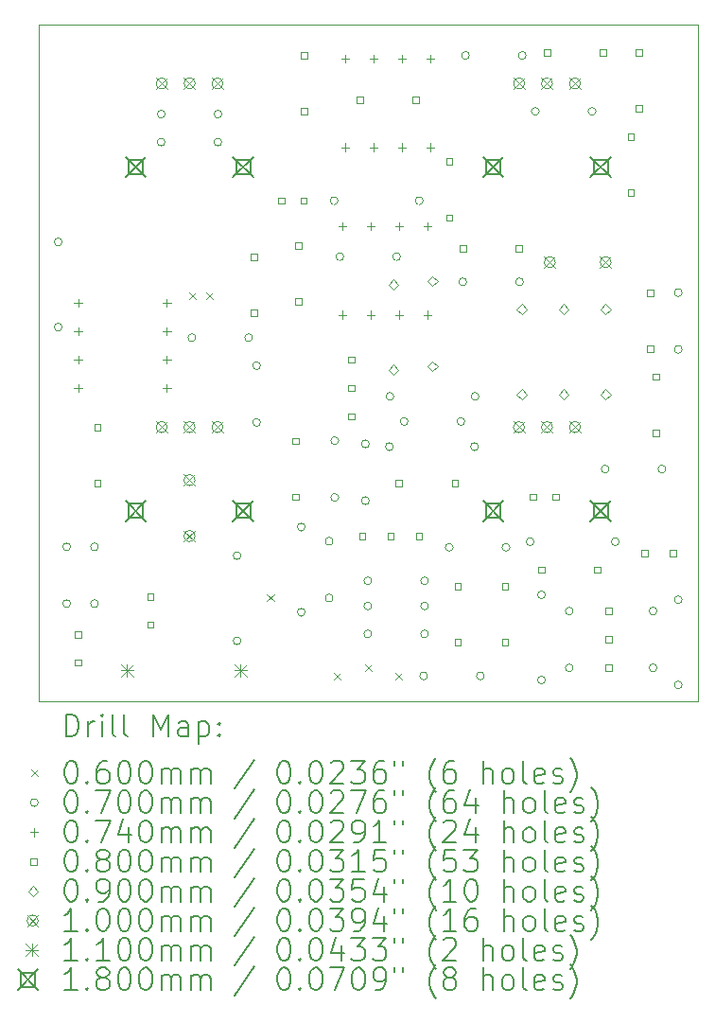
<source format=gbr>
%TF.GenerationSoftware,KiCad,Pcbnew,7.0.1*%
%TF.CreationDate,2023-06-01T15:57:55+02:00*%
%TF.ProjectId,SwedishChainsaw,53776564-6973-4684-9368-61696e736177,rev?*%
%TF.SameCoordinates,Original*%
%TF.FileFunction,Drillmap*%
%TF.FilePolarity,Positive*%
%FSLAX45Y45*%
G04 Gerber Fmt 4.5, Leading zero omitted, Abs format (unit mm)*
G04 Created by KiCad (PCBNEW 7.0.1) date 2023-06-01 15:57:55*
%MOMM*%
%LPD*%
G01*
G04 APERTURE LIST*
%ADD10C,0.100000*%
%ADD11C,0.200000*%
%ADD12C,0.060000*%
%ADD13C,0.070000*%
%ADD14C,0.074000*%
%ADD15C,0.080000*%
%ADD16C,0.090000*%
%ADD17C,0.110000*%
%ADD18C,0.180000*%
G04 APERTURE END LIST*
D10*
X10450000Y-11525000D02*
X4550000Y-11525000D01*
X4550000Y-11525000D02*
X4550000Y-5475000D01*
X4550000Y-5475000D02*
X10450000Y-5475000D01*
X10450000Y-5475000D02*
X10450000Y-11525000D01*
D11*
D12*
X5897740Y-7870000D02*
X5957740Y-7930000D01*
X5957740Y-7870000D02*
X5897740Y-7930000D01*
X6047740Y-7870000D02*
X6107740Y-7930000D01*
X6107740Y-7870000D02*
X6047740Y-7930000D01*
X6595000Y-10570000D02*
X6655000Y-10630000D01*
X6655000Y-10570000D02*
X6595000Y-10630000D01*
X7195000Y-11270000D02*
X7255000Y-11330000D01*
X7255000Y-11270000D02*
X7195000Y-11330000D01*
X7470000Y-11195000D02*
X7530000Y-11255000D01*
X7530000Y-11195000D02*
X7470000Y-11255000D01*
X7745000Y-11270000D02*
X7805000Y-11330000D01*
X7805000Y-11270000D02*
X7745000Y-11330000D01*
D13*
X4760000Y-7419000D02*
G75*
G03*
X4760000Y-7419000I-35000J0D01*
G01*
X4760000Y-8181000D02*
G75*
G03*
X4760000Y-8181000I-35000J0D01*
G01*
X4835000Y-10146000D02*
G75*
G03*
X4835000Y-10146000I-35000J0D01*
G01*
X4835000Y-10654000D02*
G75*
G03*
X4835000Y-10654000I-35000J0D01*
G01*
X5085000Y-10146000D02*
G75*
G03*
X5085000Y-10146000I-35000J0D01*
G01*
X5085000Y-10654000D02*
G75*
G03*
X5085000Y-10654000I-35000J0D01*
G01*
X5681000Y-6275000D02*
G75*
G03*
X5681000Y-6275000I-35000J0D01*
G01*
X5681000Y-6525000D02*
G75*
G03*
X5681000Y-6525000I-35000J0D01*
G01*
X5956000Y-8275000D02*
G75*
G03*
X5956000Y-8275000I-35000J0D01*
G01*
X6189000Y-6275000D02*
G75*
G03*
X6189000Y-6275000I-35000J0D01*
G01*
X6189000Y-6525000D02*
G75*
G03*
X6189000Y-6525000I-35000J0D01*
G01*
X6360000Y-10225000D02*
G75*
G03*
X6360000Y-10225000I-35000J0D01*
G01*
X6360000Y-10987000D02*
G75*
G03*
X6360000Y-10987000I-35000J0D01*
G01*
X6464000Y-8275000D02*
G75*
G03*
X6464000Y-8275000I-35000J0D01*
G01*
X6535000Y-8525000D02*
G75*
G03*
X6535000Y-8525000I-35000J0D01*
G01*
X6535000Y-9033000D02*
G75*
G03*
X6535000Y-9033000I-35000J0D01*
G01*
X6935000Y-9969000D02*
G75*
G03*
X6935000Y-9969000I-35000J0D01*
G01*
X6935000Y-10731000D02*
G75*
G03*
X6935000Y-10731000I-35000J0D01*
G01*
X7185000Y-10096000D02*
G75*
G03*
X7185000Y-10096000I-35000J0D01*
G01*
X7185000Y-10604000D02*
G75*
G03*
X7185000Y-10604000I-35000J0D01*
G01*
X7229000Y-7050000D02*
G75*
G03*
X7229000Y-7050000I-35000J0D01*
G01*
X7235000Y-9196000D02*
G75*
G03*
X7235000Y-9196000I-35000J0D01*
G01*
X7235000Y-9704000D02*
G75*
G03*
X7235000Y-9704000I-35000J0D01*
G01*
X7281000Y-7550000D02*
G75*
G03*
X7281000Y-7550000I-35000J0D01*
G01*
X7510000Y-9225000D02*
G75*
G03*
X7510000Y-9225000I-35000J0D01*
G01*
X7510000Y-9733000D02*
G75*
G03*
X7510000Y-9733000I-35000J0D01*
G01*
X7531000Y-10450000D02*
G75*
G03*
X7531000Y-10450000I-35000J0D01*
G01*
X7531000Y-10675000D02*
G75*
G03*
X7531000Y-10675000I-35000J0D01*
G01*
X7531000Y-10925000D02*
G75*
G03*
X7531000Y-10925000I-35000J0D01*
G01*
X7723000Y-9250000D02*
G75*
G03*
X7723000Y-9250000I-35000J0D01*
G01*
X7729000Y-8800000D02*
G75*
G03*
X7729000Y-8800000I-35000J0D01*
G01*
X7789000Y-7550000D02*
G75*
G03*
X7789000Y-7550000I-35000J0D01*
G01*
X7856000Y-9025000D02*
G75*
G03*
X7856000Y-9025000I-35000J0D01*
G01*
X7991000Y-7050000D02*
G75*
G03*
X7991000Y-7050000I-35000J0D01*
G01*
X8031000Y-11300000D02*
G75*
G03*
X8031000Y-11300000I-35000J0D01*
G01*
X8039000Y-10450000D02*
G75*
G03*
X8039000Y-10450000I-35000J0D01*
G01*
X8039000Y-10675000D02*
G75*
G03*
X8039000Y-10675000I-35000J0D01*
G01*
X8039000Y-10925000D02*
G75*
G03*
X8039000Y-10925000I-35000J0D01*
G01*
X8260000Y-10150000D02*
G75*
G03*
X8260000Y-10150000I-35000J0D01*
G01*
X8364000Y-9025000D02*
G75*
G03*
X8364000Y-9025000I-35000J0D01*
G01*
X8381000Y-7775000D02*
G75*
G03*
X8381000Y-7775000I-35000J0D01*
G01*
X8406000Y-5750000D02*
G75*
G03*
X8406000Y-5750000I-35000J0D01*
G01*
X8485000Y-9250000D02*
G75*
G03*
X8485000Y-9250000I-35000J0D01*
G01*
X8491000Y-8800000D02*
G75*
G03*
X8491000Y-8800000I-35000J0D01*
G01*
X8539000Y-11300000D02*
G75*
G03*
X8539000Y-11300000I-35000J0D01*
G01*
X8768000Y-10150000D02*
G75*
G03*
X8768000Y-10150000I-35000J0D01*
G01*
X8889000Y-7775000D02*
G75*
G03*
X8889000Y-7775000I-35000J0D01*
G01*
X8914000Y-5750000D02*
G75*
G03*
X8914000Y-5750000I-35000J0D01*
G01*
X8985000Y-10100000D02*
G75*
G03*
X8985000Y-10100000I-35000J0D01*
G01*
X9031000Y-6250000D02*
G75*
G03*
X9031000Y-6250000I-35000J0D01*
G01*
X9085000Y-10575000D02*
G75*
G03*
X9085000Y-10575000I-35000J0D01*
G01*
X9085000Y-11337000D02*
G75*
G03*
X9085000Y-11337000I-35000J0D01*
G01*
X9335000Y-10721000D02*
G75*
G03*
X9335000Y-10721000I-35000J0D01*
G01*
X9335000Y-11229000D02*
G75*
G03*
X9335000Y-11229000I-35000J0D01*
G01*
X9539000Y-6250000D02*
G75*
G03*
X9539000Y-6250000I-35000J0D01*
G01*
X9656000Y-9450000D02*
G75*
G03*
X9656000Y-9450000I-35000J0D01*
G01*
X9747000Y-10100000D02*
G75*
G03*
X9747000Y-10100000I-35000J0D01*
G01*
X10085000Y-10721000D02*
G75*
G03*
X10085000Y-10721000I-35000J0D01*
G01*
X10085000Y-11229000D02*
G75*
G03*
X10085000Y-11229000I-35000J0D01*
G01*
X10164000Y-9450000D02*
G75*
G03*
X10164000Y-9450000I-35000J0D01*
G01*
X10310000Y-7871000D02*
G75*
G03*
X10310000Y-7871000I-35000J0D01*
G01*
X10310000Y-8379000D02*
G75*
G03*
X10310000Y-8379000I-35000J0D01*
G01*
X10310000Y-10619000D02*
G75*
G03*
X10310000Y-10619000I-35000J0D01*
G01*
X10310000Y-11381000D02*
G75*
G03*
X10310000Y-11381000I-35000J0D01*
G01*
D14*
X4903000Y-7926000D02*
X4903000Y-8000000D01*
X4866000Y-7963000D02*
X4940000Y-7963000D01*
X4903000Y-8180000D02*
X4903000Y-8254000D01*
X4866000Y-8217000D02*
X4940000Y-8217000D01*
X4903000Y-8434000D02*
X4903000Y-8508000D01*
X4866000Y-8471000D02*
X4940000Y-8471000D01*
X4903000Y-8688000D02*
X4903000Y-8762000D01*
X4866000Y-8725000D02*
X4940000Y-8725000D01*
X5697000Y-7926000D02*
X5697000Y-8000000D01*
X5660000Y-7963000D02*
X5734000Y-7963000D01*
X5697000Y-8180000D02*
X5697000Y-8254000D01*
X5660000Y-8217000D02*
X5734000Y-8217000D01*
X5697000Y-8434000D02*
X5697000Y-8508000D01*
X5660000Y-8471000D02*
X5734000Y-8471000D01*
X5697000Y-8688000D02*
X5697000Y-8762000D01*
X5660000Y-8725000D02*
X5734000Y-8725000D01*
X7269000Y-7241000D02*
X7269000Y-7315000D01*
X7232000Y-7278000D02*
X7306000Y-7278000D01*
X7269000Y-8035000D02*
X7269000Y-8109000D01*
X7232000Y-8072000D02*
X7306000Y-8072000D01*
X7294000Y-5741000D02*
X7294000Y-5815000D01*
X7257000Y-5778000D02*
X7331000Y-5778000D01*
X7294000Y-6535000D02*
X7294000Y-6609000D01*
X7257000Y-6572000D02*
X7331000Y-6572000D01*
X7523000Y-7241000D02*
X7523000Y-7315000D01*
X7486000Y-7278000D02*
X7560000Y-7278000D01*
X7523000Y-8035000D02*
X7523000Y-8109000D01*
X7486000Y-8072000D02*
X7560000Y-8072000D01*
X7548000Y-5741000D02*
X7548000Y-5815000D01*
X7511000Y-5778000D02*
X7585000Y-5778000D01*
X7548000Y-6535000D02*
X7548000Y-6609000D01*
X7511000Y-6572000D02*
X7585000Y-6572000D01*
X7777000Y-7241000D02*
X7777000Y-7315000D01*
X7740000Y-7278000D02*
X7814000Y-7278000D01*
X7777000Y-8035000D02*
X7777000Y-8109000D01*
X7740000Y-8072000D02*
X7814000Y-8072000D01*
X7802000Y-5741000D02*
X7802000Y-5815000D01*
X7765000Y-5778000D02*
X7839000Y-5778000D01*
X7802000Y-6535000D02*
X7802000Y-6609000D01*
X7765000Y-6572000D02*
X7839000Y-6572000D01*
X8031000Y-7241000D02*
X8031000Y-7315000D01*
X7994000Y-7278000D02*
X8068000Y-7278000D01*
X8031000Y-8035000D02*
X8031000Y-8109000D01*
X7994000Y-8072000D02*
X8068000Y-8072000D01*
X8056000Y-5741000D02*
X8056000Y-5815000D01*
X8019000Y-5778000D02*
X8093000Y-5778000D01*
X8056000Y-6535000D02*
X8056000Y-6609000D01*
X8019000Y-6572000D02*
X8093000Y-6572000D01*
D15*
X4928285Y-10957773D02*
X4928285Y-10901204D01*
X4871716Y-10901204D01*
X4871716Y-10957773D01*
X4928285Y-10957773D01*
X4928285Y-11207773D02*
X4928285Y-11151204D01*
X4871716Y-11151204D01*
X4871716Y-11207773D01*
X4928285Y-11207773D01*
X5103285Y-9103285D02*
X5103285Y-9046716D01*
X5046716Y-9046716D01*
X5046716Y-9103285D01*
X5103285Y-9103285D01*
X5103285Y-9603285D02*
X5103285Y-9546716D01*
X5046716Y-9546716D01*
X5046716Y-9603285D01*
X5103285Y-9603285D01*
X5578285Y-10621522D02*
X5578285Y-10564953D01*
X5521716Y-10564953D01*
X5521716Y-10621522D01*
X5578285Y-10621522D01*
X5578285Y-10871522D02*
X5578285Y-10814953D01*
X5521716Y-10814953D01*
X5521716Y-10871522D01*
X5578285Y-10871522D01*
X6503284Y-7578284D02*
X6503284Y-7521715D01*
X6446715Y-7521715D01*
X6446715Y-7578284D01*
X6503284Y-7578284D01*
X6503284Y-8078284D02*
X6503284Y-8021715D01*
X6446715Y-8021715D01*
X6446715Y-8078284D01*
X6503284Y-8078284D01*
X6748796Y-7078284D02*
X6748796Y-7021715D01*
X6692227Y-7021715D01*
X6692227Y-7078284D01*
X6748796Y-7078284D01*
X6878284Y-9228285D02*
X6878284Y-9171716D01*
X6821715Y-9171716D01*
X6821715Y-9228285D01*
X6878284Y-9228285D01*
X6878284Y-9728285D02*
X6878284Y-9671716D01*
X6821715Y-9671716D01*
X6821715Y-9728285D01*
X6878284Y-9728285D01*
X6903284Y-7478284D02*
X6903284Y-7421715D01*
X6846715Y-7421715D01*
X6846715Y-7478284D01*
X6903284Y-7478284D01*
X6903284Y-7978284D02*
X6903284Y-7921715D01*
X6846715Y-7921715D01*
X6846715Y-7978284D01*
X6903284Y-7978284D01*
X6948796Y-7078284D02*
X6948796Y-7021715D01*
X6892227Y-7021715D01*
X6892227Y-7078284D01*
X6948796Y-7078284D01*
X6953284Y-5778284D02*
X6953284Y-5721715D01*
X6896715Y-5721715D01*
X6896715Y-5778284D01*
X6953284Y-5778284D01*
X6953284Y-6278284D02*
X6953284Y-6221715D01*
X6896715Y-6221715D01*
X6896715Y-6278284D01*
X6953284Y-6278284D01*
X7378284Y-8499285D02*
X7378284Y-8442716D01*
X7321715Y-8442716D01*
X7321715Y-8499285D01*
X7378284Y-8499285D01*
X7378284Y-8753285D02*
X7378284Y-8696716D01*
X7321715Y-8696716D01*
X7321715Y-8753285D01*
X7378284Y-8753285D01*
X7378284Y-9007285D02*
X7378284Y-8950716D01*
X7321715Y-8950716D01*
X7321715Y-9007285D01*
X7378284Y-9007285D01*
X7453284Y-6178284D02*
X7453284Y-6121715D01*
X7396715Y-6121715D01*
X7396715Y-6178284D01*
X7453284Y-6178284D01*
X7474284Y-10078285D02*
X7474284Y-10021716D01*
X7417715Y-10021716D01*
X7417715Y-10078285D01*
X7474284Y-10078285D01*
X7728284Y-10078285D02*
X7728284Y-10021716D01*
X7671715Y-10021716D01*
X7671715Y-10078285D01*
X7728284Y-10078285D01*
X7803284Y-9603285D02*
X7803284Y-9546716D01*
X7746715Y-9546716D01*
X7746715Y-9603285D01*
X7803284Y-9603285D01*
X7953284Y-6178284D02*
X7953284Y-6121715D01*
X7896715Y-6121715D01*
X7896715Y-6178284D01*
X7953284Y-6178284D01*
X7982284Y-10078285D02*
X7982284Y-10021716D01*
X7925715Y-10021716D01*
X7925715Y-10078285D01*
X7982284Y-10078285D01*
X8253284Y-6728284D02*
X8253284Y-6671715D01*
X8196715Y-6671715D01*
X8196715Y-6728284D01*
X8253284Y-6728284D01*
X8253284Y-7228284D02*
X8253284Y-7171715D01*
X8196715Y-7171715D01*
X8196715Y-7228284D01*
X8253284Y-7228284D01*
X8303284Y-9603285D02*
X8303284Y-9546716D01*
X8246715Y-9546716D01*
X8246715Y-9603285D01*
X8303284Y-9603285D01*
X8328284Y-10528285D02*
X8328284Y-10471716D01*
X8271715Y-10471716D01*
X8271715Y-10528285D01*
X8328284Y-10528285D01*
X8328284Y-11028285D02*
X8328284Y-10971716D01*
X8271715Y-10971716D01*
X8271715Y-11028285D01*
X8328284Y-11028285D01*
X8378284Y-7503284D02*
X8378284Y-7446715D01*
X8321715Y-7446715D01*
X8321715Y-7503284D01*
X8378284Y-7503284D01*
X8753285Y-10528285D02*
X8753285Y-10471716D01*
X8696716Y-10471716D01*
X8696716Y-10528285D01*
X8753285Y-10528285D01*
X8753285Y-11028285D02*
X8753285Y-10971716D01*
X8696716Y-10971716D01*
X8696716Y-11028285D01*
X8753285Y-11028285D01*
X8878285Y-7503284D02*
X8878285Y-7446715D01*
X8821716Y-7446715D01*
X8821716Y-7503284D01*
X8878285Y-7503284D01*
X9003285Y-9728285D02*
X9003285Y-9671716D01*
X8946716Y-9671716D01*
X8946716Y-9728285D01*
X9003285Y-9728285D01*
X9078285Y-10378285D02*
X9078285Y-10321716D01*
X9021716Y-10321716D01*
X9021716Y-10378285D01*
X9078285Y-10378285D01*
X9128285Y-5753284D02*
X9128285Y-5696715D01*
X9071716Y-5696715D01*
X9071716Y-5753284D01*
X9128285Y-5753284D01*
X9203285Y-9728285D02*
X9203285Y-9671716D01*
X9146716Y-9671716D01*
X9146716Y-9728285D01*
X9203285Y-9728285D01*
X9578285Y-10378285D02*
X9578285Y-10321716D01*
X9521716Y-10321716D01*
X9521716Y-10378285D01*
X9578285Y-10378285D01*
X9628285Y-5753284D02*
X9628285Y-5696715D01*
X9571716Y-5696715D01*
X9571716Y-5753284D01*
X9628285Y-5753284D01*
X9678285Y-10745285D02*
X9678285Y-10688716D01*
X9621716Y-10688716D01*
X9621716Y-10745285D01*
X9678285Y-10745285D01*
X9678285Y-10999285D02*
X9678285Y-10942716D01*
X9621716Y-10942716D01*
X9621716Y-10999285D01*
X9678285Y-10999285D01*
X9678285Y-11253284D02*
X9678285Y-11196715D01*
X9621716Y-11196715D01*
X9621716Y-11253284D01*
X9678285Y-11253284D01*
X9878285Y-6503284D02*
X9878285Y-6446715D01*
X9821716Y-6446715D01*
X9821716Y-6503284D01*
X9878285Y-6503284D01*
X9878285Y-7003284D02*
X9878285Y-6946715D01*
X9821716Y-6946715D01*
X9821716Y-7003284D01*
X9878285Y-7003284D01*
X9953285Y-5753284D02*
X9953285Y-5696715D01*
X9896716Y-5696715D01*
X9896716Y-5753284D01*
X9953285Y-5753284D01*
X9953285Y-6253284D02*
X9953285Y-6196715D01*
X9896716Y-6196715D01*
X9896716Y-6253284D01*
X9953285Y-6253284D01*
X10003285Y-10228285D02*
X10003285Y-10171716D01*
X9946716Y-10171716D01*
X9946716Y-10228285D01*
X10003285Y-10228285D01*
X10053285Y-7903284D02*
X10053285Y-7846715D01*
X9996716Y-7846715D01*
X9996716Y-7903284D01*
X10053285Y-7903284D01*
X10053285Y-8403285D02*
X10053285Y-8346715D01*
X9996716Y-8346715D01*
X9996716Y-8403285D01*
X10053285Y-8403285D01*
X10103285Y-8653285D02*
X10103285Y-8596716D01*
X10046716Y-8596716D01*
X10046716Y-8653285D01*
X10103285Y-8653285D01*
X10103285Y-9153285D02*
X10103285Y-9096716D01*
X10046716Y-9096716D01*
X10046716Y-9153285D01*
X10103285Y-9153285D01*
X10253285Y-10228285D02*
X10253285Y-10171716D01*
X10196716Y-10171716D01*
X10196716Y-10228285D01*
X10253285Y-10228285D01*
D16*
X7725000Y-7845000D02*
X7770000Y-7800000D01*
X7725000Y-7755000D01*
X7680000Y-7800000D01*
X7725000Y-7845000D01*
X7725000Y-8607000D02*
X7770000Y-8562000D01*
X7725000Y-8517000D01*
X7680000Y-8562000D01*
X7725000Y-8607000D01*
X8075000Y-7814000D02*
X8120000Y-7769000D01*
X8075000Y-7724000D01*
X8030000Y-7769000D01*
X8075000Y-7814000D01*
X8075000Y-8576000D02*
X8120000Y-8531000D01*
X8075000Y-8486000D01*
X8030000Y-8531000D01*
X8075000Y-8576000D01*
X8875000Y-8064000D02*
X8920000Y-8019000D01*
X8875000Y-7974000D01*
X8830000Y-8019000D01*
X8875000Y-8064000D01*
X8875000Y-8826000D02*
X8920000Y-8781000D01*
X8875000Y-8736000D01*
X8830000Y-8781000D01*
X8875000Y-8826000D01*
X9250000Y-8064000D02*
X9295000Y-8019000D01*
X9250000Y-7974000D01*
X9205000Y-8019000D01*
X9250000Y-8064000D01*
X9250000Y-8826000D02*
X9295000Y-8781000D01*
X9250000Y-8736000D01*
X9205000Y-8781000D01*
X9250000Y-8826000D01*
X9625000Y-8064000D02*
X9670000Y-8019000D01*
X9625000Y-7974000D01*
X9580000Y-8019000D01*
X9625000Y-8064000D01*
X9625000Y-8826000D02*
X9670000Y-8781000D01*
X9625000Y-8736000D01*
X9580000Y-8781000D01*
X9625000Y-8826000D01*
D10*
X5600000Y-5950000D02*
X5700000Y-6050000D01*
X5700000Y-5950000D02*
X5600000Y-6050000D01*
X5700000Y-6000000D02*
G75*
G03*
X5700000Y-6000000I-50000J0D01*
G01*
X5600000Y-9025000D02*
X5700000Y-9125000D01*
X5700000Y-9025000D02*
X5600000Y-9125000D01*
X5700000Y-9075000D02*
G75*
G03*
X5700000Y-9075000I-50000J0D01*
G01*
X5850000Y-5950000D02*
X5950000Y-6050000D01*
X5950000Y-5950000D02*
X5850000Y-6050000D01*
X5950000Y-6000000D02*
G75*
G03*
X5950000Y-6000000I-50000J0D01*
G01*
X5850000Y-9025000D02*
X5950000Y-9125000D01*
X5950000Y-9025000D02*
X5850000Y-9125000D01*
X5950000Y-9075000D02*
G75*
G03*
X5950000Y-9075000I-50000J0D01*
G01*
X5850000Y-9500000D02*
X5950000Y-9600000D01*
X5950000Y-9500000D02*
X5850000Y-9600000D01*
X5950000Y-9550000D02*
G75*
G03*
X5950000Y-9550000I-50000J0D01*
G01*
X5850000Y-10000000D02*
X5950000Y-10100000D01*
X5950000Y-10000000D02*
X5850000Y-10100000D01*
X5950000Y-10050000D02*
G75*
G03*
X5950000Y-10050000I-50000J0D01*
G01*
X6100000Y-5950000D02*
X6200000Y-6050000D01*
X6200000Y-5950000D02*
X6100000Y-6050000D01*
X6200000Y-6000000D02*
G75*
G03*
X6200000Y-6000000I-50000J0D01*
G01*
X6100000Y-9025000D02*
X6200000Y-9125000D01*
X6200000Y-9025000D02*
X6100000Y-9125000D01*
X6200000Y-9075000D02*
G75*
G03*
X6200000Y-9075000I-50000J0D01*
G01*
X8800000Y-5950000D02*
X8900000Y-6050000D01*
X8900000Y-5950000D02*
X8800000Y-6050000D01*
X8900000Y-6000000D02*
G75*
G03*
X8900000Y-6000000I-50000J0D01*
G01*
X8800000Y-9025000D02*
X8900000Y-9125000D01*
X8900000Y-9025000D02*
X8800000Y-9125000D01*
X8900000Y-9075000D02*
G75*
G03*
X8900000Y-9075000I-50000J0D01*
G01*
X9050000Y-5950000D02*
X9150000Y-6050000D01*
X9150000Y-5950000D02*
X9050000Y-6050000D01*
X9150000Y-6000000D02*
G75*
G03*
X9150000Y-6000000I-50000J0D01*
G01*
X9050000Y-9025000D02*
X9150000Y-9125000D01*
X9150000Y-9025000D02*
X9050000Y-9125000D01*
X9150000Y-9075000D02*
G75*
G03*
X9150000Y-9075000I-50000J0D01*
G01*
X9075000Y-7550000D02*
X9175000Y-7650000D01*
X9175000Y-7550000D02*
X9075000Y-7650000D01*
X9175000Y-7600000D02*
G75*
G03*
X9175000Y-7600000I-50000J0D01*
G01*
X9300000Y-5950000D02*
X9400000Y-6050000D01*
X9400000Y-5950000D02*
X9300000Y-6050000D01*
X9400000Y-6000000D02*
G75*
G03*
X9400000Y-6000000I-50000J0D01*
G01*
X9300000Y-9025000D02*
X9400000Y-9125000D01*
X9400000Y-9025000D02*
X9300000Y-9125000D01*
X9400000Y-9075000D02*
G75*
G03*
X9400000Y-9075000I-50000J0D01*
G01*
X9575000Y-7550000D02*
X9675000Y-7650000D01*
X9675000Y-7550000D02*
X9575000Y-7650000D01*
X9675000Y-7600000D02*
G75*
G03*
X9675000Y-7600000I-50000J0D01*
G01*
D17*
X5287000Y-11195000D02*
X5397000Y-11305000D01*
X5397000Y-11195000D02*
X5287000Y-11305000D01*
X5342000Y-11195000D02*
X5342000Y-11305000D01*
X5287000Y-11250000D02*
X5397000Y-11250000D01*
X6303000Y-11195000D02*
X6413000Y-11305000D01*
X6413000Y-11195000D02*
X6303000Y-11305000D01*
X6358000Y-11195000D02*
X6358000Y-11305000D01*
X6303000Y-11250000D02*
X6413000Y-11250000D01*
D18*
X5330000Y-6660000D02*
X5510000Y-6840000D01*
X5510000Y-6660000D02*
X5330000Y-6840000D01*
X5483640Y-6813640D02*
X5483640Y-6686360D01*
X5356360Y-6686360D01*
X5356360Y-6813640D01*
X5483640Y-6813640D01*
X5330000Y-9735000D02*
X5510000Y-9915000D01*
X5510000Y-9735000D02*
X5330000Y-9915000D01*
X5483640Y-9888640D02*
X5483640Y-9761360D01*
X5356360Y-9761360D01*
X5356360Y-9888640D01*
X5483640Y-9888640D01*
X6290000Y-6660000D02*
X6470000Y-6840000D01*
X6470000Y-6660000D02*
X6290000Y-6840000D01*
X6443640Y-6813640D02*
X6443640Y-6686360D01*
X6316360Y-6686360D01*
X6316360Y-6813640D01*
X6443640Y-6813640D01*
X6290000Y-9735000D02*
X6470000Y-9915000D01*
X6470000Y-9735000D02*
X6290000Y-9915000D01*
X6443640Y-9888640D02*
X6443640Y-9761360D01*
X6316360Y-9761360D01*
X6316360Y-9888640D01*
X6443640Y-9888640D01*
X8530000Y-6660000D02*
X8710000Y-6840000D01*
X8710000Y-6660000D02*
X8530000Y-6840000D01*
X8683640Y-6813640D02*
X8683640Y-6686360D01*
X8556360Y-6686360D01*
X8556360Y-6813640D01*
X8683640Y-6813640D01*
X8530000Y-9735000D02*
X8710000Y-9915000D01*
X8710000Y-9735000D02*
X8530000Y-9915000D01*
X8683640Y-9888640D02*
X8683640Y-9761360D01*
X8556360Y-9761360D01*
X8556360Y-9888640D01*
X8683640Y-9888640D01*
X9490000Y-6660000D02*
X9670000Y-6840000D01*
X9670000Y-6660000D02*
X9490000Y-6840000D01*
X9643640Y-6813640D02*
X9643640Y-6686360D01*
X9516360Y-6686360D01*
X9516360Y-6813640D01*
X9643640Y-6813640D01*
X9490000Y-9735000D02*
X9670000Y-9915000D01*
X9670000Y-9735000D02*
X9490000Y-9915000D01*
X9643640Y-9888640D02*
X9643640Y-9761360D01*
X9516360Y-9761360D01*
X9516360Y-9888640D01*
X9643640Y-9888640D01*
D11*
X4792619Y-11842524D02*
X4792619Y-11642524D01*
X4792619Y-11642524D02*
X4840238Y-11642524D01*
X4840238Y-11642524D02*
X4868810Y-11652048D01*
X4868810Y-11652048D02*
X4887857Y-11671095D01*
X4887857Y-11671095D02*
X4897381Y-11690143D01*
X4897381Y-11690143D02*
X4906905Y-11728238D01*
X4906905Y-11728238D02*
X4906905Y-11756809D01*
X4906905Y-11756809D02*
X4897381Y-11794905D01*
X4897381Y-11794905D02*
X4887857Y-11813952D01*
X4887857Y-11813952D02*
X4868810Y-11833000D01*
X4868810Y-11833000D02*
X4840238Y-11842524D01*
X4840238Y-11842524D02*
X4792619Y-11842524D01*
X4992619Y-11842524D02*
X4992619Y-11709190D01*
X4992619Y-11747286D02*
X5002143Y-11728238D01*
X5002143Y-11728238D02*
X5011667Y-11718714D01*
X5011667Y-11718714D02*
X5030714Y-11709190D01*
X5030714Y-11709190D02*
X5049762Y-11709190D01*
X5116429Y-11842524D02*
X5116429Y-11709190D01*
X5116429Y-11642524D02*
X5106905Y-11652048D01*
X5106905Y-11652048D02*
X5116429Y-11661571D01*
X5116429Y-11661571D02*
X5125952Y-11652048D01*
X5125952Y-11652048D02*
X5116429Y-11642524D01*
X5116429Y-11642524D02*
X5116429Y-11661571D01*
X5240238Y-11842524D02*
X5221190Y-11833000D01*
X5221190Y-11833000D02*
X5211667Y-11813952D01*
X5211667Y-11813952D02*
X5211667Y-11642524D01*
X5345000Y-11842524D02*
X5325952Y-11833000D01*
X5325952Y-11833000D02*
X5316429Y-11813952D01*
X5316429Y-11813952D02*
X5316429Y-11642524D01*
X5573571Y-11842524D02*
X5573571Y-11642524D01*
X5573571Y-11642524D02*
X5640238Y-11785381D01*
X5640238Y-11785381D02*
X5706905Y-11642524D01*
X5706905Y-11642524D02*
X5706905Y-11842524D01*
X5887857Y-11842524D02*
X5887857Y-11737762D01*
X5887857Y-11737762D02*
X5878333Y-11718714D01*
X5878333Y-11718714D02*
X5859286Y-11709190D01*
X5859286Y-11709190D02*
X5821190Y-11709190D01*
X5821190Y-11709190D02*
X5802143Y-11718714D01*
X5887857Y-11833000D02*
X5868809Y-11842524D01*
X5868809Y-11842524D02*
X5821190Y-11842524D01*
X5821190Y-11842524D02*
X5802143Y-11833000D01*
X5802143Y-11833000D02*
X5792619Y-11813952D01*
X5792619Y-11813952D02*
X5792619Y-11794905D01*
X5792619Y-11794905D02*
X5802143Y-11775857D01*
X5802143Y-11775857D02*
X5821190Y-11766333D01*
X5821190Y-11766333D02*
X5868809Y-11766333D01*
X5868809Y-11766333D02*
X5887857Y-11756809D01*
X5983095Y-11709190D02*
X5983095Y-11909190D01*
X5983095Y-11718714D02*
X6002143Y-11709190D01*
X6002143Y-11709190D02*
X6040238Y-11709190D01*
X6040238Y-11709190D02*
X6059286Y-11718714D01*
X6059286Y-11718714D02*
X6068809Y-11728238D01*
X6068809Y-11728238D02*
X6078333Y-11747286D01*
X6078333Y-11747286D02*
X6078333Y-11804428D01*
X6078333Y-11804428D02*
X6068809Y-11823476D01*
X6068809Y-11823476D02*
X6059286Y-11833000D01*
X6059286Y-11833000D02*
X6040238Y-11842524D01*
X6040238Y-11842524D02*
X6002143Y-11842524D01*
X6002143Y-11842524D02*
X5983095Y-11833000D01*
X6164048Y-11823476D02*
X6173571Y-11833000D01*
X6173571Y-11833000D02*
X6164048Y-11842524D01*
X6164048Y-11842524D02*
X6154524Y-11833000D01*
X6154524Y-11833000D02*
X6164048Y-11823476D01*
X6164048Y-11823476D02*
X6164048Y-11842524D01*
X6164048Y-11718714D02*
X6173571Y-11728238D01*
X6173571Y-11728238D02*
X6164048Y-11737762D01*
X6164048Y-11737762D02*
X6154524Y-11728238D01*
X6154524Y-11728238D02*
X6164048Y-11718714D01*
X6164048Y-11718714D02*
X6164048Y-11737762D01*
D12*
X4485000Y-12140000D02*
X4545000Y-12200000D01*
X4545000Y-12140000D02*
X4485000Y-12200000D01*
D11*
X4830714Y-12062524D02*
X4849762Y-12062524D01*
X4849762Y-12062524D02*
X4868810Y-12072048D01*
X4868810Y-12072048D02*
X4878333Y-12081571D01*
X4878333Y-12081571D02*
X4887857Y-12100619D01*
X4887857Y-12100619D02*
X4897381Y-12138714D01*
X4897381Y-12138714D02*
X4897381Y-12186333D01*
X4897381Y-12186333D02*
X4887857Y-12224428D01*
X4887857Y-12224428D02*
X4878333Y-12243476D01*
X4878333Y-12243476D02*
X4868810Y-12253000D01*
X4868810Y-12253000D02*
X4849762Y-12262524D01*
X4849762Y-12262524D02*
X4830714Y-12262524D01*
X4830714Y-12262524D02*
X4811667Y-12253000D01*
X4811667Y-12253000D02*
X4802143Y-12243476D01*
X4802143Y-12243476D02*
X4792619Y-12224428D01*
X4792619Y-12224428D02*
X4783095Y-12186333D01*
X4783095Y-12186333D02*
X4783095Y-12138714D01*
X4783095Y-12138714D02*
X4792619Y-12100619D01*
X4792619Y-12100619D02*
X4802143Y-12081571D01*
X4802143Y-12081571D02*
X4811667Y-12072048D01*
X4811667Y-12072048D02*
X4830714Y-12062524D01*
X4983095Y-12243476D02*
X4992619Y-12253000D01*
X4992619Y-12253000D02*
X4983095Y-12262524D01*
X4983095Y-12262524D02*
X4973571Y-12253000D01*
X4973571Y-12253000D02*
X4983095Y-12243476D01*
X4983095Y-12243476D02*
X4983095Y-12262524D01*
X5164048Y-12062524D02*
X5125952Y-12062524D01*
X5125952Y-12062524D02*
X5106905Y-12072048D01*
X5106905Y-12072048D02*
X5097381Y-12081571D01*
X5097381Y-12081571D02*
X5078333Y-12110143D01*
X5078333Y-12110143D02*
X5068810Y-12148238D01*
X5068810Y-12148238D02*
X5068810Y-12224428D01*
X5068810Y-12224428D02*
X5078333Y-12243476D01*
X5078333Y-12243476D02*
X5087857Y-12253000D01*
X5087857Y-12253000D02*
X5106905Y-12262524D01*
X5106905Y-12262524D02*
X5145000Y-12262524D01*
X5145000Y-12262524D02*
X5164048Y-12253000D01*
X5164048Y-12253000D02*
X5173571Y-12243476D01*
X5173571Y-12243476D02*
X5183095Y-12224428D01*
X5183095Y-12224428D02*
X5183095Y-12176809D01*
X5183095Y-12176809D02*
X5173571Y-12157762D01*
X5173571Y-12157762D02*
X5164048Y-12148238D01*
X5164048Y-12148238D02*
X5145000Y-12138714D01*
X5145000Y-12138714D02*
X5106905Y-12138714D01*
X5106905Y-12138714D02*
X5087857Y-12148238D01*
X5087857Y-12148238D02*
X5078333Y-12157762D01*
X5078333Y-12157762D02*
X5068810Y-12176809D01*
X5306905Y-12062524D02*
X5325952Y-12062524D01*
X5325952Y-12062524D02*
X5345000Y-12072048D01*
X5345000Y-12072048D02*
X5354524Y-12081571D01*
X5354524Y-12081571D02*
X5364048Y-12100619D01*
X5364048Y-12100619D02*
X5373571Y-12138714D01*
X5373571Y-12138714D02*
X5373571Y-12186333D01*
X5373571Y-12186333D02*
X5364048Y-12224428D01*
X5364048Y-12224428D02*
X5354524Y-12243476D01*
X5354524Y-12243476D02*
X5345000Y-12253000D01*
X5345000Y-12253000D02*
X5325952Y-12262524D01*
X5325952Y-12262524D02*
X5306905Y-12262524D01*
X5306905Y-12262524D02*
X5287857Y-12253000D01*
X5287857Y-12253000D02*
X5278333Y-12243476D01*
X5278333Y-12243476D02*
X5268810Y-12224428D01*
X5268810Y-12224428D02*
X5259286Y-12186333D01*
X5259286Y-12186333D02*
X5259286Y-12138714D01*
X5259286Y-12138714D02*
X5268810Y-12100619D01*
X5268810Y-12100619D02*
X5278333Y-12081571D01*
X5278333Y-12081571D02*
X5287857Y-12072048D01*
X5287857Y-12072048D02*
X5306905Y-12062524D01*
X5497381Y-12062524D02*
X5516429Y-12062524D01*
X5516429Y-12062524D02*
X5535476Y-12072048D01*
X5535476Y-12072048D02*
X5545000Y-12081571D01*
X5545000Y-12081571D02*
X5554524Y-12100619D01*
X5554524Y-12100619D02*
X5564048Y-12138714D01*
X5564048Y-12138714D02*
X5564048Y-12186333D01*
X5564048Y-12186333D02*
X5554524Y-12224428D01*
X5554524Y-12224428D02*
X5545000Y-12243476D01*
X5545000Y-12243476D02*
X5535476Y-12253000D01*
X5535476Y-12253000D02*
X5516429Y-12262524D01*
X5516429Y-12262524D02*
X5497381Y-12262524D01*
X5497381Y-12262524D02*
X5478333Y-12253000D01*
X5478333Y-12253000D02*
X5468810Y-12243476D01*
X5468810Y-12243476D02*
X5459286Y-12224428D01*
X5459286Y-12224428D02*
X5449762Y-12186333D01*
X5449762Y-12186333D02*
X5449762Y-12138714D01*
X5449762Y-12138714D02*
X5459286Y-12100619D01*
X5459286Y-12100619D02*
X5468810Y-12081571D01*
X5468810Y-12081571D02*
X5478333Y-12072048D01*
X5478333Y-12072048D02*
X5497381Y-12062524D01*
X5649762Y-12262524D02*
X5649762Y-12129190D01*
X5649762Y-12148238D02*
X5659286Y-12138714D01*
X5659286Y-12138714D02*
X5678333Y-12129190D01*
X5678333Y-12129190D02*
X5706905Y-12129190D01*
X5706905Y-12129190D02*
X5725952Y-12138714D01*
X5725952Y-12138714D02*
X5735476Y-12157762D01*
X5735476Y-12157762D02*
X5735476Y-12262524D01*
X5735476Y-12157762D02*
X5745000Y-12138714D01*
X5745000Y-12138714D02*
X5764048Y-12129190D01*
X5764048Y-12129190D02*
X5792619Y-12129190D01*
X5792619Y-12129190D02*
X5811667Y-12138714D01*
X5811667Y-12138714D02*
X5821190Y-12157762D01*
X5821190Y-12157762D02*
X5821190Y-12262524D01*
X5916429Y-12262524D02*
X5916429Y-12129190D01*
X5916429Y-12148238D02*
X5925952Y-12138714D01*
X5925952Y-12138714D02*
X5945000Y-12129190D01*
X5945000Y-12129190D02*
X5973571Y-12129190D01*
X5973571Y-12129190D02*
X5992619Y-12138714D01*
X5992619Y-12138714D02*
X6002143Y-12157762D01*
X6002143Y-12157762D02*
X6002143Y-12262524D01*
X6002143Y-12157762D02*
X6011667Y-12138714D01*
X6011667Y-12138714D02*
X6030714Y-12129190D01*
X6030714Y-12129190D02*
X6059286Y-12129190D01*
X6059286Y-12129190D02*
X6078333Y-12138714D01*
X6078333Y-12138714D02*
X6087857Y-12157762D01*
X6087857Y-12157762D02*
X6087857Y-12262524D01*
X6478333Y-12053000D02*
X6306905Y-12310143D01*
X6735476Y-12062524D02*
X6754524Y-12062524D01*
X6754524Y-12062524D02*
X6773572Y-12072048D01*
X6773572Y-12072048D02*
X6783095Y-12081571D01*
X6783095Y-12081571D02*
X6792619Y-12100619D01*
X6792619Y-12100619D02*
X6802143Y-12138714D01*
X6802143Y-12138714D02*
X6802143Y-12186333D01*
X6802143Y-12186333D02*
X6792619Y-12224428D01*
X6792619Y-12224428D02*
X6783095Y-12243476D01*
X6783095Y-12243476D02*
X6773572Y-12253000D01*
X6773572Y-12253000D02*
X6754524Y-12262524D01*
X6754524Y-12262524D02*
X6735476Y-12262524D01*
X6735476Y-12262524D02*
X6716429Y-12253000D01*
X6716429Y-12253000D02*
X6706905Y-12243476D01*
X6706905Y-12243476D02*
X6697381Y-12224428D01*
X6697381Y-12224428D02*
X6687857Y-12186333D01*
X6687857Y-12186333D02*
X6687857Y-12138714D01*
X6687857Y-12138714D02*
X6697381Y-12100619D01*
X6697381Y-12100619D02*
X6706905Y-12081571D01*
X6706905Y-12081571D02*
X6716429Y-12072048D01*
X6716429Y-12072048D02*
X6735476Y-12062524D01*
X6887857Y-12243476D02*
X6897381Y-12253000D01*
X6897381Y-12253000D02*
X6887857Y-12262524D01*
X6887857Y-12262524D02*
X6878333Y-12253000D01*
X6878333Y-12253000D02*
X6887857Y-12243476D01*
X6887857Y-12243476D02*
X6887857Y-12262524D01*
X7021191Y-12062524D02*
X7040238Y-12062524D01*
X7040238Y-12062524D02*
X7059286Y-12072048D01*
X7059286Y-12072048D02*
X7068810Y-12081571D01*
X7068810Y-12081571D02*
X7078333Y-12100619D01*
X7078333Y-12100619D02*
X7087857Y-12138714D01*
X7087857Y-12138714D02*
X7087857Y-12186333D01*
X7087857Y-12186333D02*
X7078333Y-12224428D01*
X7078333Y-12224428D02*
X7068810Y-12243476D01*
X7068810Y-12243476D02*
X7059286Y-12253000D01*
X7059286Y-12253000D02*
X7040238Y-12262524D01*
X7040238Y-12262524D02*
X7021191Y-12262524D01*
X7021191Y-12262524D02*
X7002143Y-12253000D01*
X7002143Y-12253000D02*
X6992619Y-12243476D01*
X6992619Y-12243476D02*
X6983095Y-12224428D01*
X6983095Y-12224428D02*
X6973572Y-12186333D01*
X6973572Y-12186333D02*
X6973572Y-12138714D01*
X6973572Y-12138714D02*
X6983095Y-12100619D01*
X6983095Y-12100619D02*
X6992619Y-12081571D01*
X6992619Y-12081571D02*
X7002143Y-12072048D01*
X7002143Y-12072048D02*
X7021191Y-12062524D01*
X7164048Y-12081571D02*
X7173572Y-12072048D01*
X7173572Y-12072048D02*
X7192619Y-12062524D01*
X7192619Y-12062524D02*
X7240238Y-12062524D01*
X7240238Y-12062524D02*
X7259286Y-12072048D01*
X7259286Y-12072048D02*
X7268810Y-12081571D01*
X7268810Y-12081571D02*
X7278333Y-12100619D01*
X7278333Y-12100619D02*
X7278333Y-12119667D01*
X7278333Y-12119667D02*
X7268810Y-12148238D01*
X7268810Y-12148238D02*
X7154524Y-12262524D01*
X7154524Y-12262524D02*
X7278333Y-12262524D01*
X7345000Y-12062524D02*
X7468810Y-12062524D01*
X7468810Y-12062524D02*
X7402143Y-12138714D01*
X7402143Y-12138714D02*
X7430714Y-12138714D01*
X7430714Y-12138714D02*
X7449762Y-12148238D01*
X7449762Y-12148238D02*
X7459286Y-12157762D01*
X7459286Y-12157762D02*
X7468810Y-12176809D01*
X7468810Y-12176809D02*
X7468810Y-12224428D01*
X7468810Y-12224428D02*
X7459286Y-12243476D01*
X7459286Y-12243476D02*
X7449762Y-12253000D01*
X7449762Y-12253000D02*
X7430714Y-12262524D01*
X7430714Y-12262524D02*
X7373572Y-12262524D01*
X7373572Y-12262524D02*
X7354524Y-12253000D01*
X7354524Y-12253000D02*
X7345000Y-12243476D01*
X7640238Y-12062524D02*
X7602143Y-12062524D01*
X7602143Y-12062524D02*
X7583095Y-12072048D01*
X7583095Y-12072048D02*
X7573572Y-12081571D01*
X7573572Y-12081571D02*
X7554524Y-12110143D01*
X7554524Y-12110143D02*
X7545000Y-12148238D01*
X7545000Y-12148238D02*
X7545000Y-12224428D01*
X7545000Y-12224428D02*
X7554524Y-12243476D01*
X7554524Y-12243476D02*
X7564048Y-12253000D01*
X7564048Y-12253000D02*
X7583095Y-12262524D01*
X7583095Y-12262524D02*
X7621191Y-12262524D01*
X7621191Y-12262524D02*
X7640238Y-12253000D01*
X7640238Y-12253000D02*
X7649762Y-12243476D01*
X7649762Y-12243476D02*
X7659286Y-12224428D01*
X7659286Y-12224428D02*
X7659286Y-12176809D01*
X7659286Y-12176809D02*
X7649762Y-12157762D01*
X7649762Y-12157762D02*
X7640238Y-12148238D01*
X7640238Y-12148238D02*
X7621191Y-12138714D01*
X7621191Y-12138714D02*
X7583095Y-12138714D01*
X7583095Y-12138714D02*
X7564048Y-12148238D01*
X7564048Y-12148238D02*
X7554524Y-12157762D01*
X7554524Y-12157762D02*
X7545000Y-12176809D01*
X7735476Y-12062524D02*
X7735476Y-12100619D01*
X7811667Y-12062524D02*
X7811667Y-12100619D01*
X8106905Y-12338714D02*
X8097381Y-12329190D01*
X8097381Y-12329190D02*
X8078334Y-12300619D01*
X8078334Y-12300619D02*
X8068810Y-12281571D01*
X8068810Y-12281571D02*
X8059286Y-12253000D01*
X8059286Y-12253000D02*
X8049762Y-12205381D01*
X8049762Y-12205381D02*
X8049762Y-12167286D01*
X8049762Y-12167286D02*
X8059286Y-12119667D01*
X8059286Y-12119667D02*
X8068810Y-12091095D01*
X8068810Y-12091095D02*
X8078334Y-12072048D01*
X8078334Y-12072048D02*
X8097381Y-12043476D01*
X8097381Y-12043476D02*
X8106905Y-12033952D01*
X8268810Y-12062524D02*
X8230714Y-12062524D01*
X8230714Y-12062524D02*
X8211667Y-12072048D01*
X8211667Y-12072048D02*
X8202143Y-12081571D01*
X8202143Y-12081571D02*
X8183095Y-12110143D01*
X8183095Y-12110143D02*
X8173572Y-12148238D01*
X8173572Y-12148238D02*
X8173572Y-12224428D01*
X8173572Y-12224428D02*
X8183095Y-12243476D01*
X8183095Y-12243476D02*
X8192619Y-12253000D01*
X8192619Y-12253000D02*
X8211667Y-12262524D01*
X8211667Y-12262524D02*
X8249762Y-12262524D01*
X8249762Y-12262524D02*
X8268810Y-12253000D01*
X8268810Y-12253000D02*
X8278334Y-12243476D01*
X8278334Y-12243476D02*
X8287857Y-12224428D01*
X8287857Y-12224428D02*
X8287857Y-12176809D01*
X8287857Y-12176809D02*
X8278334Y-12157762D01*
X8278334Y-12157762D02*
X8268810Y-12148238D01*
X8268810Y-12148238D02*
X8249762Y-12138714D01*
X8249762Y-12138714D02*
X8211667Y-12138714D01*
X8211667Y-12138714D02*
X8192619Y-12148238D01*
X8192619Y-12148238D02*
X8183095Y-12157762D01*
X8183095Y-12157762D02*
X8173572Y-12176809D01*
X8525953Y-12262524D02*
X8525953Y-12062524D01*
X8611667Y-12262524D02*
X8611667Y-12157762D01*
X8611667Y-12157762D02*
X8602143Y-12138714D01*
X8602143Y-12138714D02*
X8583096Y-12129190D01*
X8583096Y-12129190D02*
X8554524Y-12129190D01*
X8554524Y-12129190D02*
X8535477Y-12138714D01*
X8535477Y-12138714D02*
X8525953Y-12148238D01*
X8735477Y-12262524D02*
X8716429Y-12253000D01*
X8716429Y-12253000D02*
X8706905Y-12243476D01*
X8706905Y-12243476D02*
X8697381Y-12224428D01*
X8697381Y-12224428D02*
X8697381Y-12167286D01*
X8697381Y-12167286D02*
X8706905Y-12148238D01*
X8706905Y-12148238D02*
X8716429Y-12138714D01*
X8716429Y-12138714D02*
X8735477Y-12129190D01*
X8735477Y-12129190D02*
X8764048Y-12129190D01*
X8764048Y-12129190D02*
X8783096Y-12138714D01*
X8783096Y-12138714D02*
X8792619Y-12148238D01*
X8792619Y-12148238D02*
X8802143Y-12167286D01*
X8802143Y-12167286D02*
X8802143Y-12224428D01*
X8802143Y-12224428D02*
X8792619Y-12243476D01*
X8792619Y-12243476D02*
X8783096Y-12253000D01*
X8783096Y-12253000D02*
X8764048Y-12262524D01*
X8764048Y-12262524D02*
X8735477Y-12262524D01*
X8916429Y-12262524D02*
X8897381Y-12253000D01*
X8897381Y-12253000D02*
X8887858Y-12233952D01*
X8887858Y-12233952D02*
X8887858Y-12062524D01*
X9068810Y-12253000D02*
X9049762Y-12262524D01*
X9049762Y-12262524D02*
X9011667Y-12262524D01*
X9011667Y-12262524D02*
X8992619Y-12253000D01*
X8992619Y-12253000D02*
X8983096Y-12233952D01*
X8983096Y-12233952D02*
X8983096Y-12157762D01*
X8983096Y-12157762D02*
X8992619Y-12138714D01*
X8992619Y-12138714D02*
X9011667Y-12129190D01*
X9011667Y-12129190D02*
X9049762Y-12129190D01*
X9049762Y-12129190D02*
X9068810Y-12138714D01*
X9068810Y-12138714D02*
X9078334Y-12157762D01*
X9078334Y-12157762D02*
X9078334Y-12176809D01*
X9078334Y-12176809D02*
X8983096Y-12195857D01*
X9154524Y-12253000D02*
X9173572Y-12262524D01*
X9173572Y-12262524D02*
X9211667Y-12262524D01*
X9211667Y-12262524D02*
X9230715Y-12253000D01*
X9230715Y-12253000D02*
X9240239Y-12233952D01*
X9240239Y-12233952D02*
X9240239Y-12224428D01*
X9240239Y-12224428D02*
X9230715Y-12205381D01*
X9230715Y-12205381D02*
X9211667Y-12195857D01*
X9211667Y-12195857D02*
X9183096Y-12195857D01*
X9183096Y-12195857D02*
X9164048Y-12186333D01*
X9164048Y-12186333D02*
X9154524Y-12167286D01*
X9154524Y-12167286D02*
X9154524Y-12157762D01*
X9154524Y-12157762D02*
X9164048Y-12138714D01*
X9164048Y-12138714D02*
X9183096Y-12129190D01*
X9183096Y-12129190D02*
X9211667Y-12129190D01*
X9211667Y-12129190D02*
X9230715Y-12138714D01*
X9306905Y-12338714D02*
X9316429Y-12329190D01*
X9316429Y-12329190D02*
X9335477Y-12300619D01*
X9335477Y-12300619D02*
X9345000Y-12281571D01*
X9345000Y-12281571D02*
X9354524Y-12253000D01*
X9354524Y-12253000D02*
X9364048Y-12205381D01*
X9364048Y-12205381D02*
X9364048Y-12167286D01*
X9364048Y-12167286D02*
X9354524Y-12119667D01*
X9354524Y-12119667D02*
X9345000Y-12091095D01*
X9345000Y-12091095D02*
X9335477Y-12072048D01*
X9335477Y-12072048D02*
X9316429Y-12043476D01*
X9316429Y-12043476D02*
X9306905Y-12033952D01*
D13*
X4545000Y-12434000D02*
G75*
G03*
X4545000Y-12434000I-35000J0D01*
G01*
D11*
X4830714Y-12326524D02*
X4849762Y-12326524D01*
X4849762Y-12326524D02*
X4868810Y-12336048D01*
X4868810Y-12336048D02*
X4878333Y-12345571D01*
X4878333Y-12345571D02*
X4887857Y-12364619D01*
X4887857Y-12364619D02*
X4897381Y-12402714D01*
X4897381Y-12402714D02*
X4897381Y-12450333D01*
X4897381Y-12450333D02*
X4887857Y-12488428D01*
X4887857Y-12488428D02*
X4878333Y-12507476D01*
X4878333Y-12507476D02*
X4868810Y-12517000D01*
X4868810Y-12517000D02*
X4849762Y-12526524D01*
X4849762Y-12526524D02*
X4830714Y-12526524D01*
X4830714Y-12526524D02*
X4811667Y-12517000D01*
X4811667Y-12517000D02*
X4802143Y-12507476D01*
X4802143Y-12507476D02*
X4792619Y-12488428D01*
X4792619Y-12488428D02*
X4783095Y-12450333D01*
X4783095Y-12450333D02*
X4783095Y-12402714D01*
X4783095Y-12402714D02*
X4792619Y-12364619D01*
X4792619Y-12364619D02*
X4802143Y-12345571D01*
X4802143Y-12345571D02*
X4811667Y-12336048D01*
X4811667Y-12336048D02*
X4830714Y-12326524D01*
X4983095Y-12507476D02*
X4992619Y-12517000D01*
X4992619Y-12517000D02*
X4983095Y-12526524D01*
X4983095Y-12526524D02*
X4973571Y-12517000D01*
X4973571Y-12517000D02*
X4983095Y-12507476D01*
X4983095Y-12507476D02*
X4983095Y-12526524D01*
X5059286Y-12326524D02*
X5192619Y-12326524D01*
X5192619Y-12326524D02*
X5106905Y-12526524D01*
X5306905Y-12326524D02*
X5325952Y-12326524D01*
X5325952Y-12326524D02*
X5345000Y-12336048D01*
X5345000Y-12336048D02*
X5354524Y-12345571D01*
X5354524Y-12345571D02*
X5364048Y-12364619D01*
X5364048Y-12364619D02*
X5373571Y-12402714D01*
X5373571Y-12402714D02*
X5373571Y-12450333D01*
X5373571Y-12450333D02*
X5364048Y-12488428D01*
X5364048Y-12488428D02*
X5354524Y-12507476D01*
X5354524Y-12507476D02*
X5345000Y-12517000D01*
X5345000Y-12517000D02*
X5325952Y-12526524D01*
X5325952Y-12526524D02*
X5306905Y-12526524D01*
X5306905Y-12526524D02*
X5287857Y-12517000D01*
X5287857Y-12517000D02*
X5278333Y-12507476D01*
X5278333Y-12507476D02*
X5268810Y-12488428D01*
X5268810Y-12488428D02*
X5259286Y-12450333D01*
X5259286Y-12450333D02*
X5259286Y-12402714D01*
X5259286Y-12402714D02*
X5268810Y-12364619D01*
X5268810Y-12364619D02*
X5278333Y-12345571D01*
X5278333Y-12345571D02*
X5287857Y-12336048D01*
X5287857Y-12336048D02*
X5306905Y-12326524D01*
X5497381Y-12326524D02*
X5516429Y-12326524D01*
X5516429Y-12326524D02*
X5535476Y-12336048D01*
X5535476Y-12336048D02*
X5545000Y-12345571D01*
X5545000Y-12345571D02*
X5554524Y-12364619D01*
X5554524Y-12364619D02*
X5564048Y-12402714D01*
X5564048Y-12402714D02*
X5564048Y-12450333D01*
X5564048Y-12450333D02*
X5554524Y-12488428D01*
X5554524Y-12488428D02*
X5545000Y-12507476D01*
X5545000Y-12507476D02*
X5535476Y-12517000D01*
X5535476Y-12517000D02*
X5516429Y-12526524D01*
X5516429Y-12526524D02*
X5497381Y-12526524D01*
X5497381Y-12526524D02*
X5478333Y-12517000D01*
X5478333Y-12517000D02*
X5468810Y-12507476D01*
X5468810Y-12507476D02*
X5459286Y-12488428D01*
X5459286Y-12488428D02*
X5449762Y-12450333D01*
X5449762Y-12450333D02*
X5449762Y-12402714D01*
X5449762Y-12402714D02*
X5459286Y-12364619D01*
X5459286Y-12364619D02*
X5468810Y-12345571D01*
X5468810Y-12345571D02*
X5478333Y-12336048D01*
X5478333Y-12336048D02*
X5497381Y-12326524D01*
X5649762Y-12526524D02*
X5649762Y-12393190D01*
X5649762Y-12412238D02*
X5659286Y-12402714D01*
X5659286Y-12402714D02*
X5678333Y-12393190D01*
X5678333Y-12393190D02*
X5706905Y-12393190D01*
X5706905Y-12393190D02*
X5725952Y-12402714D01*
X5725952Y-12402714D02*
X5735476Y-12421762D01*
X5735476Y-12421762D02*
X5735476Y-12526524D01*
X5735476Y-12421762D02*
X5745000Y-12402714D01*
X5745000Y-12402714D02*
X5764048Y-12393190D01*
X5764048Y-12393190D02*
X5792619Y-12393190D01*
X5792619Y-12393190D02*
X5811667Y-12402714D01*
X5811667Y-12402714D02*
X5821190Y-12421762D01*
X5821190Y-12421762D02*
X5821190Y-12526524D01*
X5916429Y-12526524D02*
X5916429Y-12393190D01*
X5916429Y-12412238D02*
X5925952Y-12402714D01*
X5925952Y-12402714D02*
X5945000Y-12393190D01*
X5945000Y-12393190D02*
X5973571Y-12393190D01*
X5973571Y-12393190D02*
X5992619Y-12402714D01*
X5992619Y-12402714D02*
X6002143Y-12421762D01*
X6002143Y-12421762D02*
X6002143Y-12526524D01*
X6002143Y-12421762D02*
X6011667Y-12402714D01*
X6011667Y-12402714D02*
X6030714Y-12393190D01*
X6030714Y-12393190D02*
X6059286Y-12393190D01*
X6059286Y-12393190D02*
X6078333Y-12402714D01*
X6078333Y-12402714D02*
X6087857Y-12421762D01*
X6087857Y-12421762D02*
X6087857Y-12526524D01*
X6478333Y-12317000D02*
X6306905Y-12574143D01*
X6735476Y-12326524D02*
X6754524Y-12326524D01*
X6754524Y-12326524D02*
X6773572Y-12336048D01*
X6773572Y-12336048D02*
X6783095Y-12345571D01*
X6783095Y-12345571D02*
X6792619Y-12364619D01*
X6792619Y-12364619D02*
X6802143Y-12402714D01*
X6802143Y-12402714D02*
X6802143Y-12450333D01*
X6802143Y-12450333D02*
X6792619Y-12488428D01*
X6792619Y-12488428D02*
X6783095Y-12507476D01*
X6783095Y-12507476D02*
X6773572Y-12517000D01*
X6773572Y-12517000D02*
X6754524Y-12526524D01*
X6754524Y-12526524D02*
X6735476Y-12526524D01*
X6735476Y-12526524D02*
X6716429Y-12517000D01*
X6716429Y-12517000D02*
X6706905Y-12507476D01*
X6706905Y-12507476D02*
X6697381Y-12488428D01*
X6697381Y-12488428D02*
X6687857Y-12450333D01*
X6687857Y-12450333D02*
X6687857Y-12402714D01*
X6687857Y-12402714D02*
X6697381Y-12364619D01*
X6697381Y-12364619D02*
X6706905Y-12345571D01*
X6706905Y-12345571D02*
X6716429Y-12336048D01*
X6716429Y-12336048D02*
X6735476Y-12326524D01*
X6887857Y-12507476D02*
X6897381Y-12517000D01*
X6897381Y-12517000D02*
X6887857Y-12526524D01*
X6887857Y-12526524D02*
X6878333Y-12517000D01*
X6878333Y-12517000D02*
X6887857Y-12507476D01*
X6887857Y-12507476D02*
X6887857Y-12526524D01*
X7021191Y-12326524D02*
X7040238Y-12326524D01*
X7040238Y-12326524D02*
X7059286Y-12336048D01*
X7059286Y-12336048D02*
X7068810Y-12345571D01*
X7068810Y-12345571D02*
X7078333Y-12364619D01*
X7078333Y-12364619D02*
X7087857Y-12402714D01*
X7087857Y-12402714D02*
X7087857Y-12450333D01*
X7087857Y-12450333D02*
X7078333Y-12488428D01*
X7078333Y-12488428D02*
X7068810Y-12507476D01*
X7068810Y-12507476D02*
X7059286Y-12517000D01*
X7059286Y-12517000D02*
X7040238Y-12526524D01*
X7040238Y-12526524D02*
X7021191Y-12526524D01*
X7021191Y-12526524D02*
X7002143Y-12517000D01*
X7002143Y-12517000D02*
X6992619Y-12507476D01*
X6992619Y-12507476D02*
X6983095Y-12488428D01*
X6983095Y-12488428D02*
X6973572Y-12450333D01*
X6973572Y-12450333D02*
X6973572Y-12402714D01*
X6973572Y-12402714D02*
X6983095Y-12364619D01*
X6983095Y-12364619D02*
X6992619Y-12345571D01*
X6992619Y-12345571D02*
X7002143Y-12336048D01*
X7002143Y-12336048D02*
X7021191Y-12326524D01*
X7164048Y-12345571D02*
X7173572Y-12336048D01*
X7173572Y-12336048D02*
X7192619Y-12326524D01*
X7192619Y-12326524D02*
X7240238Y-12326524D01*
X7240238Y-12326524D02*
X7259286Y-12336048D01*
X7259286Y-12336048D02*
X7268810Y-12345571D01*
X7268810Y-12345571D02*
X7278333Y-12364619D01*
X7278333Y-12364619D02*
X7278333Y-12383667D01*
X7278333Y-12383667D02*
X7268810Y-12412238D01*
X7268810Y-12412238D02*
X7154524Y-12526524D01*
X7154524Y-12526524D02*
X7278333Y-12526524D01*
X7345000Y-12326524D02*
X7478333Y-12326524D01*
X7478333Y-12326524D02*
X7392619Y-12526524D01*
X7640238Y-12326524D02*
X7602143Y-12326524D01*
X7602143Y-12326524D02*
X7583095Y-12336048D01*
X7583095Y-12336048D02*
X7573572Y-12345571D01*
X7573572Y-12345571D02*
X7554524Y-12374143D01*
X7554524Y-12374143D02*
X7545000Y-12412238D01*
X7545000Y-12412238D02*
X7545000Y-12488428D01*
X7545000Y-12488428D02*
X7554524Y-12507476D01*
X7554524Y-12507476D02*
X7564048Y-12517000D01*
X7564048Y-12517000D02*
X7583095Y-12526524D01*
X7583095Y-12526524D02*
X7621191Y-12526524D01*
X7621191Y-12526524D02*
X7640238Y-12517000D01*
X7640238Y-12517000D02*
X7649762Y-12507476D01*
X7649762Y-12507476D02*
X7659286Y-12488428D01*
X7659286Y-12488428D02*
X7659286Y-12440809D01*
X7659286Y-12440809D02*
X7649762Y-12421762D01*
X7649762Y-12421762D02*
X7640238Y-12412238D01*
X7640238Y-12412238D02*
X7621191Y-12402714D01*
X7621191Y-12402714D02*
X7583095Y-12402714D01*
X7583095Y-12402714D02*
X7564048Y-12412238D01*
X7564048Y-12412238D02*
X7554524Y-12421762D01*
X7554524Y-12421762D02*
X7545000Y-12440809D01*
X7735476Y-12326524D02*
X7735476Y-12364619D01*
X7811667Y-12326524D02*
X7811667Y-12364619D01*
X8106905Y-12602714D02*
X8097381Y-12593190D01*
X8097381Y-12593190D02*
X8078334Y-12564619D01*
X8078334Y-12564619D02*
X8068810Y-12545571D01*
X8068810Y-12545571D02*
X8059286Y-12517000D01*
X8059286Y-12517000D02*
X8049762Y-12469381D01*
X8049762Y-12469381D02*
X8049762Y-12431286D01*
X8049762Y-12431286D02*
X8059286Y-12383667D01*
X8059286Y-12383667D02*
X8068810Y-12355095D01*
X8068810Y-12355095D02*
X8078334Y-12336048D01*
X8078334Y-12336048D02*
X8097381Y-12307476D01*
X8097381Y-12307476D02*
X8106905Y-12297952D01*
X8268810Y-12326524D02*
X8230714Y-12326524D01*
X8230714Y-12326524D02*
X8211667Y-12336048D01*
X8211667Y-12336048D02*
X8202143Y-12345571D01*
X8202143Y-12345571D02*
X8183095Y-12374143D01*
X8183095Y-12374143D02*
X8173572Y-12412238D01*
X8173572Y-12412238D02*
X8173572Y-12488428D01*
X8173572Y-12488428D02*
X8183095Y-12507476D01*
X8183095Y-12507476D02*
X8192619Y-12517000D01*
X8192619Y-12517000D02*
X8211667Y-12526524D01*
X8211667Y-12526524D02*
X8249762Y-12526524D01*
X8249762Y-12526524D02*
X8268810Y-12517000D01*
X8268810Y-12517000D02*
X8278334Y-12507476D01*
X8278334Y-12507476D02*
X8287857Y-12488428D01*
X8287857Y-12488428D02*
X8287857Y-12440809D01*
X8287857Y-12440809D02*
X8278334Y-12421762D01*
X8278334Y-12421762D02*
X8268810Y-12412238D01*
X8268810Y-12412238D02*
X8249762Y-12402714D01*
X8249762Y-12402714D02*
X8211667Y-12402714D01*
X8211667Y-12402714D02*
X8192619Y-12412238D01*
X8192619Y-12412238D02*
X8183095Y-12421762D01*
X8183095Y-12421762D02*
X8173572Y-12440809D01*
X8459286Y-12393190D02*
X8459286Y-12526524D01*
X8411667Y-12317000D02*
X8364048Y-12459857D01*
X8364048Y-12459857D02*
X8487857Y-12459857D01*
X8716429Y-12526524D02*
X8716429Y-12326524D01*
X8802143Y-12526524D02*
X8802143Y-12421762D01*
X8802143Y-12421762D02*
X8792619Y-12402714D01*
X8792619Y-12402714D02*
X8773572Y-12393190D01*
X8773572Y-12393190D02*
X8745000Y-12393190D01*
X8745000Y-12393190D02*
X8725953Y-12402714D01*
X8725953Y-12402714D02*
X8716429Y-12412238D01*
X8925953Y-12526524D02*
X8906905Y-12517000D01*
X8906905Y-12517000D02*
X8897381Y-12507476D01*
X8897381Y-12507476D02*
X8887858Y-12488428D01*
X8887858Y-12488428D02*
X8887858Y-12431286D01*
X8887858Y-12431286D02*
X8897381Y-12412238D01*
X8897381Y-12412238D02*
X8906905Y-12402714D01*
X8906905Y-12402714D02*
X8925953Y-12393190D01*
X8925953Y-12393190D02*
X8954524Y-12393190D01*
X8954524Y-12393190D02*
X8973572Y-12402714D01*
X8973572Y-12402714D02*
X8983096Y-12412238D01*
X8983096Y-12412238D02*
X8992619Y-12431286D01*
X8992619Y-12431286D02*
X8992619Y-12488428D01*
X8992619Y-12488428D02*
X8983096Y-12507476D01*
X8983096Y-12507476D02*
X8973572Y-12517000D01*
X8973572Y-12517000D02*
X8954524Y-12526524D01*
X8954524Y-12526524D02*
X8925953Y-12526524D01*
X9106905Y-12526524D02*
X9087858Y-12517000D01*
X9087858Y-12517000D02*
X9078334Y-12497952D01*
X9078334Y-12497952D02*
X9078334Y-12326524D01*
X9259286Y-12517000D02*
X9240239Y-12526524D01*
X9240239Y-12526524D02*
X9202143Y-12526524D01*
X9202143Y-12526524D02*
X9183096Y-12517000D01*
X9183096Y-12517000D02*
X9173572Y-12497952D01*
X9173572Y-12497952D02*
X9173572Y-12421762D01*
X9173572Y-12421762D02*
X9183096Y-12402714D01*
X9183096Y-12402714D02*
X9202143Y-12393190D01*
X9202143Y-12393190D02*
X9240239Y-12393190D01*
X9240239Y-12393190D02*
X9259286Y-12402714D01*
X9259286Y-12402714D02*
X9268810Y-12421762D01*
X9268810Y-12421762D02*
X9268810Y-12440809D01*
X9268810Y-12440809D02*
X9173572Y-12459857D01*
X9345000Y-12517000D02*
X9364048Y-12526524D01*
X9364048Y-12526524D02*
X9402143Y-12526524D01*
X9402143Y-12526524D02*
X9421191Y-12517000D01*
X9421191Y-12517000D02*
X9430715Y-12497952D01*
X9430715Y-12497952D02*
X9430715Y-12488428D01*
X9430715Y-12488428D02*
X9421191Y-12469381D01*
X9421191Y-12469381D02*
X9402143Y-12459857D01*
X9402143Y-12459857D02*
X9373572Y-12459857D01*
X9373572Y-12459857D02*
X9354524Y-12450333D01*
X9354524Y-12450333D02*
X9345000Y-12431286D01*
X9345000Y-12431286D02*
X9345000Y-12421762D01*
X9345000Y-12421762D02*
X9354524Y-12402714D01*
X9354524Y-12402714D02*
X9373572Y-12393190D01*
X9373572Y-12393190D02*
X9402143Y-12393190D01*
X9402143Y-12393190D02*
X9421191Y-12402714D01*
X9497381Y-12602714D02*
X9506905Y-12593190D01*
X9506905Y-12593190D02*
X9525953Y-12564619D01*
X9525953Y-12564619D02*
X9535477Y-12545571D01*
X9535477Y-12545571D02*
X9545000Y-12517000D01*
X9545000Y-12517000D02*
X9554524Y-12469381D01*
X9554524Y-12469381D02*
X9554524Y-12431286D01*
X9554524Y-12431286D02*
X9545000Y-12383667D01*
X9545000Y-12383667D02*
X9535477Y-12355095D01*
X9535477Y-12355095D02*
X9525953Y-12336048D01*
X9525953Y-12336048D02*
X9506905Y-12307476D01*
X9506905Y-12307476D02*
X9497381Y-12297952D01*
D14*
X4508000Y-12661000D02*
X4508000Y-12735000D01*
X4471000Y-12698000D02*
X4545000Y-12698000D01*
D11*
X4830714Y-12590524D02*
X4849762Y-12590524D01*
X4849762Y-12590524D02*
X4868810Y-12600048D01*
X4868810Y-12600048D02*
X4878333Y-12609571D01*
X4878333Y-12609571D02*
X4887857Y-12628619D01*
X4887857Y-12628619D02*
X4897381Y-12666714D01*
X4897381Y-12666714D02*
X4897381Y-12714333D01*
X4897381Y-12714333D02*
X4887857Y-12752428D01*
X4887857Y-12752428D02*
X4878333Y-12771476D01*
X4878333Y-12771476D02*
X4868810Y-12781000D01*
X4868810Y-12781000D02*
X4849762Y-12790524D01*
X4849762Y-12790524D02*
X4830714Y-12790524D01*
X4830714Y-12790524D02*
X4811667Y-12781000D01*
X4811667Y-12781000D02*
X4802143Y-12771476D01*
X4802143Y-12771476D02*
X4792619Y-12752428D01*
X4792619Y-12752428D02*
X4783095Y-12714333D01*
X4783095Y-12714333D02*
X4783095Y-12666714D01*
X4783095Y-12666714D02*
X4792619Y-12628619D01*
X4792619Y-12628619D02*
X4802143Y-12609571D01*
X4802143Y-12609571D02*
X4811667Y-12600048D01*
X4811667Y-12600048D02*
X4830714Y-12590524D01*
X4983095Y-12771476D02*
X4992619Y-12781000D01*
X4992619Y-12781000D02*
X4983095Y-12790524D01*
X4983095Y-12790524D02*
X4973571Y-12781000D01*
X4973571Y-12781000D02*
X4983095Y-12771476D01*
X4983095Y-12771476D02*
X4983095Y-12790524D01*
X5059286Y-12590524D02*
X5192619Y-12590524D01*
X5192619Y-12590524D02*
X5106905Y-12790524D01*
X5354524Y-12657190D02*
X5354524Y-12790524D01*
X5306905Y-12581000D02*
X5259286Y-12723857D01*
X5259286Y-12723857D02*
X5383095Y-12723857D01*
X5497381Y-12590524D02*
X5516429Y-12590524D01*
X5516429Y-12590524D02*
X5535476Y-12600048D01*
X5535476Y-12600048D02*
X5545000Y-12609571D01*
X5545000Y-12609571D02*
X5554524Y-12628619D01*
X5554524Y-12628619D02*
X5564048Y-12666714D01*
X5564048Y-12666714D02*
X5564048Y-12714333D01*
X5564048Y-12714333D02*
X5554524Y-12752428D01*
X5554524Y-12752428D02*
X5545000Y-12771476D01*
X5545000Y-12771476D02*
X5535476Y-12781000D01*
X5535476Y-12781000D02*
X5516429Y-12790524D01*
X5516429Y-12790524D02*
X5497381Y-12790524D01*
X5497381Y-12790524D02*
X5478333Y-12781000D01*
X5478333Y-12781000D02*
X5468810Y-12771476D01*
X5468810Y-12771476D02*
X5459286Y-12752428D01*
X5459286Y-12752428D02*
X5449762Y-12714333D01*
X5449762Y-12714333D02*
X5449762Y-12666714D01*
X5449762Y-12666714D02*
X5459286Y-12628619D01*
X5459286Y-12628619D02*
X5468810Y-12609571D01*
X5468810Y-12609571D02*
X5478333Y-12600048D01*
X5478333Y-12600048D02*
X5497381Y-12590524D01*
X5649762Y-12790524D02*
X5649762Y-12657190D01*
X5649762Y-12676238D02*
X5659286Y-12666714D01*
X5659286Y-12666714D02*
X5678333Y-12657190D01*
X5678333Y-12657190D02*
X5706905Y-12657190D01*
X5706905Y-12657190D02*
X5725952Y-12666714D01*
X5725952Y-12666714D02*
X5735476Y-12685762D01*
X5735476Y-12685762D02*
X5735476Y-12790524D01*
X5735476Y-12685762D02*
X5745000Y-12666714D01*
X5745000Y-12666714D02*
X5764048Y-12657190D01*
X5764048Y-12657190D02*
X5792619Y-12657190D01*
X5792619Y-12657190D02*
X5811667Y-12666714D01*
X5811667Y-12666714D02*
X5821190Y-12685762D01*
X5821190Y-12685762D02*
X5821190Y-12790524D01*
X5916429Y-12790524D02*
X5916429Y-12657190D01*
X5916429Y-12676238D02*
X5925952Y-12666714D01*
X5925952Y-12666714D02*
X5945000Y-12657190D01*
X5945000Y-12657190D02*
X5973571Y-12657190D01*
X5973571Y-12657190D02*
X5992619Y-12666714D01*
X5992619Y-12666714D02*
X6002143Y-12685762D01*
X6002143Y-12685762D02*
X6002143Y-12790524D01*
X6002143Y-12685762D02*
X6011667Y-12666714D01*
X6011667Y-12666714D02*
X6030714Y-12657190D01*
X6030714Y-12657190D02*
X6059286Y-12657190D01*
X6059286Y-12657190D02*
X6078333Y-12666714D01*
X6078333Y-12666714D02*
X6087857Y-12685762D01*
X6087857Y-12685762D02*
X6087857Y-12790524D01*
X6478333Y-12581000D02*
X6306905Y-12838143D01*
X6735476Y-12590524D02*
X6754524Y-12590524D01*
X6754524Y-12590524D02*
X6773572Y-12600048D01*
X6773572Y-12600048D02*
X6783095Y-12609571D01*
X6783095Y-12609571D02*
X6792619Y-12628619D01*
X6792619Y-12628619D02*
X6802143Y-12666714D01*
X6802143Y-12666714D02*
X6802143Y-12714333D01*
X6802143Y-12714333D02*
X6792619Y-12752428D01*
X6792619Y-12752428D02*
X6783095Y-12771476D01*
X6783095Y-12771476D02*
X6773572Y-12781000D01*
X6773572Y-12781000D02*
X6754524Y-12790524D01*
X6754524Y-12790524D02*
X6735476Y-12790524D01*
X6735476Y-12790524D02*
X6716429Y-12781000D01*
X6716429Y-12781000D02*
X6706905Y-12771476D01*
X6706905Y-12771476D02*
X6697381Y-12752428D01*
X6697381Y-12752428D02*
X6687857Y-12714333D01*
X6687857Y-12714333D02*
X6687857Y-12666714D01*
X6687857Y-12666714D02*
X6697381Y-12628619D01*
X6697381Y-12628619D02*
X6706905Y-12609571D01*
X6706905Y-12609571D02*
X6716429Y-12600048D01*
X6716429Y-12600048D02*
X6735476Y-12590524D01*
X6887857Y-12771476D02*
X6897381Y-12781000D01*
X6897381Y-12781000D02*
X6887857Y-12790524D01*
X6887857Y-12790524D02*
X6878333Y-12781000D01*
X6878333Y-12781000D02*
X6887857Y-12771476D01*
X6887857Y-12771476D02*
X6887857Y-12790524D01*
X7021191Y-12590524D02*
X7040238Y-12590524D01*
X7040238Y-12590524D02*
X7059286Y-12600048D01*
X7059286Y-12600048D02*
X7068810Y-12609571D01*
X7068810Y-12609571D02*
X7078333Y-12628619D01*
X7078333Y-12628619D02*
X7087857Y-12666714D01*
X7087857Y-12666714D02*
X7087857Y-12714333D01*
X7087857Y-12714333D02*
X7078333Y-12752428D01*
X7078333Y-12752428D02*
X7068810Y-12771476D01*
X7068810Y-12771476D02*
X7059286Y-12781000D01*
X7059286Y-12781000D02*
X7040238Y-12790524D01*
X7040238Y-12790524D02*
X7021191Y-12790524D01*
X7021191Y-12790524D02*
X7002143Y-12781000D01*
X7002143Y-12781000D02*
X6992619Y-12771476D01*
X6992619Y-12771476D02*
X6983095Y-12752428D01*
X6983095Y-12752428D02*
X6973572Y-12714333D01*
X6973572Y-12714333D02*
X6973572Y-12666714D01*
X6973572Y-12666714D02*
X6983095Y-12628619D01*
X6983095Y-12628619D02*
X6992619Y-12609571D01*
X6992619Y-12609571D02*
X7002143Y-12600048D01*
X7002143Y-12600048D02*
X7021191Y-12590524D01*
X7164048Y-12609571D02*
X7173572Y-12600048D01*
X7173572Y-12600048D02*
X7192619Y-12590524D01*
X7192619Y-12590524D02*
X7240238Y-12590524D01*
X7240238Y-12590524D02*
X7259286Y-12600048D01*
X7259286Y-12600048D02*
X7268810Y-12609571D01*
X7268810Y-12609571D02*
X7278333Y-12628619D01*
X7278333Y-12628619D02*
X7278333Y-12647667D01*
X7278333Y-12647667D02*
X7268810Y-12676238D01*
X7268810Y-12676238D02*
X7154524Y-12790524D01*
X7154524Y-12790524D02*
X7278333Y-12790524D01*
X7373572Y-12790524D02*
X7411667Y-12790524D01*
X7411667Y-12790524D02*
X7430714Y-12781000D01*
X7430714Y-12781000D02*
X7440238Y-12771476D01*
X7440238Y-12771476D02*
X7459286Y-12742905D01*
X7459286Y-12742905D02*
X7468810Y-12704809D01*
X7468810Y-12704809D02*
X7468810Y-12628619D01*
X7468810Y-12628619D02*
X7459286Y-12609571D01*
X7459286Y-12609571D02*
X7449762Y-12600048D01*
X7449762Y-12600048D02*
X7430714Y-12590524D01*
X7430714Y-12590524D02*
X7392619Y-12590524D01*
X7392619Y-12590524D02*
X7373572Y-12600048D01*
X7373572Y-12600048D02*
X7364048Y-12609571D01*
X7364048Y-12609571D02*
X7354524Y-12628619D01*
X7354524Y-12628619D02*
X7354524Y-12676238D01*
X7354524Y-12676238D02*
X7364048Y-12695286D01*
X7364048Y-12695286D02*
X7373572Y-12704809D01*
X7373572Y-12704809D02*
X7392619Y-12714333D01*
X7392619Y-12714333D02*
X7430714Y-12714333D01*
X7430714Y-12714333D02*
X7449762Y-12704809D01*
X7449762Y-12704809D02*
X7459286Y-12695286D01*
X7459286Y-12695286D02*
X7468810Y-12676238D01*
X7659286Y-12790524D02*
X7545000Y-12790524D01*
X7602143Y-12790524D02*
X7602143Y-12590524D01*
X7602143Y-12590524D02*
X7583095Y-12619095D01*
X7583095Y-12619095D02*
X7564048Y-12638143D01*
X7564048Y-12638143D02*
X7545000Y-12647667D01*
X7735476Y-12590524D02*
X7735476Y-12628619D01*
X7811667Y-12590524D02*
X7811667Y-12628619D01*
X8106905Y-12866714D02*
X8097381Y-12857190D01*
X8097381Y-12857190D02*
X8078334Y-12828619D01*
X8078334Y-12828619D02*
X8068810Y-12809571D01*
X8068810Y-12809571D02*
X8059286Y-12781000D01*
X8059286Y-12781000D02*
X8049762Y-12733381D01*
X8049762Y-12733381D02*
X8049762Y-12695286D01*
X8049762Y-12695286D02*
X8059286Y-12647667D01*
X8059286Y-12647667D02*
X8068810Y-12619095D01*
X8068810Y-12619095D02*
X8078334Y-12600048D01*
X8078334Y-12600048D02*
X8097381Y-12571476D01*
X8097381Y-12571476D02*
X8106905Y-12561952D01*
X8173572Y-12609571D02*
X8183095Y-12600048D01*
X8183095Y-12600048D02*
X8202143Y-12590524D01*
X8202143Y-12590524D02*
X8249762Y-12590524D01*
X8249762Y-12590524D02*
X8268810Y-12600048D01*
X8268810Y-12600048D02*
X8278334Y-12609571D01*
X8278334Y-12609571D02*
X8287857Y-12628619D01*
X8287857Y-12628619D02*
X8287857Y-12647667D01*
X8287857Y-12647667D02*
X8278334Y-12676238D01*
X8278334Y-12676238D02*
X8164048Y-12790524D01*
X8164048Y-12790524D02*
X8287857Y-12790524D01*
X8459286Y-12657190D02*
X8459286Y-12790524D01*
X8411667Y-12581000D02*
X8364048Y-12723857D01*
X8364048Y-12723857D02*
X8487857Y-12723857D01*
X8716429Y-12790524D02*
X8716429Y-12590524D01*
X8802143Y-12790524D02*
X8802143Y-12685762D01*
X8802143Y-12685762D02*
X8792619Y-12666714D01*
X8792619Y-12666714D02*
X8773572Y-12657190D01*
X8773572Y-12657190D02*
X8745000Y-12657190D01*
X8745000Y-12657190D02*
X8725953Y-12666714D01*
X8725953Y-12666714D02*
X8716429Y-12676238D01*
X8925953Y-12790524D02*
X8906905Y-12781000D01*
X8906905Y-12781000D02*
X8897381Y-12771476D01*
X8897381Y-12771476D02*
X8887858Y-12752428D01*
X8887858Y-12752428D02*
X8887858Y-12695286D01*
X8887858Y-12695286D02*
X8897381Y-12676238D01*
X8897381Y-12676238D02*
X8906905Y-12666714D01*
X8906905Y-12666714D02*
X8925953Y-12657190D01*
X8925953Y-12657190D02*
X8954524Y-12657190D01*
X8954524Y-12657190D02*
X8973572Y-12666714D01*
X8973572Y-12666714D02*
X8983096Y-12676238D01*
X8983096Y-12676238D02*
X8992619Y-12695286D01*
X8992619Y-12695286D02*
X8992619Y-12752428D01*
X8992619Y-12752428D02*
X8983096Y-12771476D01*
X8983096Y-12771476D02*
X8973572Y-12781000D01*
X8973572Y-12781000D02*
X8954524Y-12790524D01*
X8954524Y-12790524D02*
X8925953Y-12790524D01*
X9106905Y-12790524D02*
X9087858Y-12781000D01*
X9087858Y-12781000D02*
X9078334Y-12761952D01*
X9078334Y-12761952D02*
X9078334Y-12590524D01*
X9259286Y-12781000D02*
X9240239Y-12790524D01*
X9240239Y-12790524D02*
X9202143Y-12790524D01*
X9202143Y-12790524D02*
X9183096Y-12781000D01*
X9183096Y-12781000D02*
X9173572Y-12761952D01*
X9173572Y-12761952D02*
X9173572Y-12685762D01*
X9173572Y-12685762D02*
X9183096Y-12666714D01*
X9183096Y-12666714D02*
X9202143Y-12657190D01*
X9202143Y-12657190D02*
X9240239Y-12657190D01*
X9240239Y-12657190D02*
X9259286Y-12666714D01*
X9259286Y-12666714D02*
X9268810Y-12685762D01*
X9268810Y-12685762D02*
X9268810Y-12704809D01*
X9268810Y-12704809D02*
X9173572Y-12723857D01*
X9345000Y-12781000D02*
X9364048Y-12790524D01*
X9364048Y-12790524D02*
X9402143Y-12790524D01*
X9402143Y-12790524D02*
X9421191Y-12781000D01*
X9421191Y-12781000D02*
X9430715Y-12761952D01*
X9430715Y-12761952D02*
X9430715Y-12752428D01*
X9430715Y-12752428D02*
X9421191Y-12733381D01*
X9421191Y-12733381D02*
X9402143Y-12723857D01*
X9402143Y-12723857D02*
X9373572Y-12723857D01*
X9373572Y-12723857D02*
X9354524Y-12714333D01*
X9354524Y-12714333D02*
X9345000Y-12695286D01*
X9345000Y-12695286D02*
X9345000Y-12685762D01*
X9345000Y-12685762D02*
X9354524Y-12666714D01*
X9354524Y-12666714D02*
X9373572Y-12657190D01*
X9373572Y-12657190D02*
X9402143Y-12657190D01*
X9402143Y-12657190D02*
X9421191Y-12666714D01*
X9497381Y-12866714D02*
X9506905Y-12857190D01*
X9506905Y-12857190D02*
X9525953Y-12828619D01*
X9525953Y-12828619D02*
X9535477Y-12809571D01*
X9535477Y-12809571D02*
X9545000Y-12781000D01*
X9545000Y-12781000D02*
X9554524Y-12733381D01*
X9554524Y-12733381D02*
X9554524Y-12695286D01*
X9554524Y-12695286D02*
X9545000Y-12647667D01*
X9545000Y-12647667D02*
X9535477Y-12619095D01*
X9535477Y-12619095D02*
X9525953Y-12600048D01*
X9525953Y-12600048D02*
X9506905Y-12571476D01*
X9506905Y-12571476D02*
X9497381Y-12561952D01*
D15*
X4533285Y-12990284D02*
X4533285Y-12933715D01*
X4476716Y-12933715D01*
X4476716Y-12990284D01*
X4533285Y-12990284D01*
D11*
X4830714Y-12854524D02*
X4849762Y-12854524D01*
X4849762Y-12854524D02*
X4868810Y-12864048D01*
X4868810Y-12864048D02*
X4878333Y-12873571D01*
X4878333Y-12873571D02*
X4887857Y-12892619D01*
X4887857Y-12892619D02*
X4897381Y-12930714D01*
X4897381Y-12930714D02*
X4897381Y-12978333D01*
X4897381Y-12978333D02*
X4887857Y-13016428D01*
X4887857Y-13016428D02*
X4878333Y-13035476D01*
X4878333Y-13035476D02*
X4868810Y-13045000D01*
X4868810Y-13045000D02*
X4849762Y-13054524D01*
X4849762Y-13054524D02*
X4830714Y-13054524D01*
X4830714Y-13054524D02*
X4811667Y-13045000D01*
X4811667Y-13045000D02*
X4802143Y-13035476D01*
X4802143Y-13035476D02*
X4792619Y-13016428D01*
X4792619Y-13016428D02*
X4783095Y-12978333D01*
X4783095Y-12978333D02*
X4783095Y-12930714D01*
X4783095Y-12930714D02*
X4792619Y-12892619D01*
X4792619Y-12892619D02*
X4802143Y-12873571D01*
X4802143Y-12873571D02*
X4811667Y-12864048D01*
X4811667Y-12864048D02*
X4830714Y-12854524D01*
X4983095Y-13035476D02*
X4992619Y-13045000D01*
X4992619Y-13045000D02*
X4983095Y-13054524D01*
X4983095Y-13054524D02*
X4973571Y-13045000D01*
X4973571Y-13045000D02*
X4983095Y-13035476D01*
X4983095Y-13035476D02*
X4983095Y-13054524D01*
X5106905Y-12940238D02*
X5087857Y-12930714D01*
X5087857Y-12930714D02*
X5078333Y-12921190D01*
X5078333Y-12921190D02*
X5068810Y-12902143D01*
X5068810Y-12902143D02*
X5068810Y-12892619D01*
X5068810Y-12892619D02*
X5078333Y-12873571D01*
X5078333Y-12873571D02*
X5087857Y-12864048D01*
X5087857Y-12864048D02*
X5106905Y-12854524D01*
X5106905Y-12854524D02*
X5145000Y-12854524D01*
X5145000Y-12854524D02*
X5164048Y-12864048D01*
X5164048Y-12864048D02*
X5173571Y-12873571D01*
X5173571Y-12873571D02*
X5183095Y-12892619D01*
X5183095Y-12892619D02*
X5183095Y-12902143D01*
X5183095Y-12902143D02*
X5173571Y-12921190D01*
X5173571Y-12921190D02*
X5164048Y-12930714D01*
X5164048Y-12930714D02*
X5145000Y-12940238D01*
X5145000Y-12940238D02*
X5106905Y-12940238D01*
X5106905Y-12940238D02*
X5087857Y-12949762D01*
X5087857Y-12949762D02*
X5078333Y-12959286D01*
X5078333Y-12959286D02*
X5068810Y-12978333D01*
X5068810Y-12978333D02*
X5068810Y-13016428D01*
X5068810Y-13016428D02*
X5078333Y-13035476D01*
X5078333Y-13035476D02*
X5087857Y-13045000D01*
X5087857Y-13045000D02*
X5106905Y-13054524D01*
X5106905Y-13054524D02*
X5145000Y-13054524D01*
X5145000Y-13054524D02*
X5164048Y-13045000D01*
X5164048Y-13045000D02*
X5173571Y-13035476D01*
X5173571Y-13035476D02*
X5183095Y-13016428D01*
X5183095Y-13016428D02*
X5183095Y-12978333D01*
X5183095Y-12978333D02*
X5173571Y-12959286D01*
X5173571Y-12959286D02*
X5164048Y-12949762D01*
X5164048Y-12949762D02*
X5145000Y-12940238D01*
X5306905Y-12854524D02*
X5325952Y-12854524D01*
X5325952Y-12854524D02*
X5345000Y-12864048D01*
X5345000Y-12864048D02*
X5354524Y-12873571D01*
X5354524Y-12873571D02*
X5364048Y-12892619D01*
X5364048Y-12892619D02*
X5373571Y-12930714D01*
X5373571Y-12930714D02*
X5373571Y-12978333D01*
X5373571Y-12978333D02*
X5364048Y-13016428D01*
X5364048Y-13016428D02*
X5354524Y-13035476D01*
X5354524Y-13035476D02*
X5345000Y-13045000D01*
X5345000Y-13045000D02*
X5325952Y-13054524D01*
X5325952Y-13054524D02*
X5306905Y-13054524D01*
X5306905Y-13054524D02*
X5287857Y-13045000D01*
X5287857Y-13045000D02*
X5278333Y-13035476D01*
X5278333Y-13035476D02*
X5268810Y-13016428D01*
X5268810Y-13016428D02*
X5259286Y-12978333D01*
X5259286Y-12978333D02*
X5259286Y-12930714D01*
X5259286Y-12930714D02*
X5268810Y-12892619D01*
X5268810Y-12892619D02*
X5278333Y-12873571D01*
X5278333Y-12873571D02*
X5287857Y-12864048D01*
X5287857Y-12864048D02*
X5306905Y-12854524D01*
X5497381Y-12854524D02*
X5516429Y-12854524D01*
X5516429Y-12854524D02*
X5535476Y-12864048D01*
X5535476Y-12864048D02*
X5545000Y-12873571D01*
X5545000Y-12873571D02*
X5554524Y-12892619D01*
X5554524Y-12892619D02*
X5564048Y-12930714D01*
X5564048Y-12930714D02*
X5564048Y-12978333D01*
X5564048Y-12978333D02*
X5554524Y-13016428D01*
X5554524Y-13016428D02*
X5545000Y-13035476D01*
X5545000Y-13035476D02*
X5535476Y-13045000D01*
X5535476Y-13045000D02*
X5516429Y-13054524D01*
X5516429Y-13054524D02*
X5497381Y-13054524D01*
X5497381Y-13054524D02*
X5478333Y-13045000D01*
X5478333Y-13045000D02*
X5468810Y-13035476D01*
X5468810Y-13035476D02*
X5459286Y-13016428D01*
X5459286Y-13016428D02*
X5449762Y-12978333D01*
X5449762Y-12978333D02*
X5449762Y-12930714D01*
X5449762Y-12930714D02*
X5459286Y-12892619D01*
X5459286Y-12892619D02*
X5468810Y-12873571D01*
X5468810Y-12873571D02*
X5478333Y-12864048D01*
X5478333Y-12864048D02*
X5497381Y-12854524D01*
X5649762Y-13054524D02*
X5649762Y-12921190D01*
X5649762Y-12940238D02*
X5659286Y-12930714D01*
X5659286Y-12930714D02*
X5678333Y-12921190D01*
X5678333Y-12921190D02*
X5706905Y-12921190D01*
X5706905Y-12921190D02*
X5725952Y-12930714D01*
X5725952Y-12930714D02*
X5735476Y-12949762D01*
X5735476Y-12949762D02*
X5735476Y-13054524D01*
X5735476Y-12949762D02*
X5745000Y-12930714D01*
X5745000Y-12930714D02*
X5764048Y-12921190D01*
X5764048Y-12921190D02*
X5792619Y-12921190D01*
X5792619Y-12921190D02*
X5811667Y-12930714D01*
X5811667Y-12930714D02*
X5821190Y-12949762D01*
X5821190Y-12949762D02*
X5821190Y-13054524D01*
X5916429Y-13054524D02*
X5916429Y-12921190D01*
X5916429Y-12940238D02*
X5925952Y-12930714D01*
X5925952Y-12930714D02*
X5945000Y-12921190D01*
X5945000Y-12921190D02*
X5973571Y-12921190D01*
X5973571Y-12921190D02*
X5992619Y-12930714D01*
X5992619Y-12930714D02*
X6002143Y-12949762D01*
X6002143Y-12949762D02*
X6002143Y-13054524D01*
X6002143Y-12949762D02*
X6011667Y-12930714D01*
X6011667Y-12930714D02*
X6030714Y-12921190D01*
X6030714Y-12921190D02*
X6059286Y-12921190D01*
X6059286Y-12921190D02*
X6078333Y-12930714D01*
X6078333Y-12930714D02*
X6087857Y-12949762D01*
X6087857Y-12949762D02*
X6087857Y-13054524D01*
X6478333Y-12845000D02*
X6306905Y-13102143D01*
X6735476Y-12854524D02*
X6754524Y-12854524D01*
X6754524Y-12854524D02*
X6773572Y-12864048D01*
X6773572Y-12864048D02*
X6783095Y-12873571D01*
X6783095Y-12873571D02*
X6792619Y-12892619D01*
X6792619Y-12892619D02*
X6802143Y-12930714D01*
X6802143Y-12930714D02*
X6802143Y-12978333D01*
X6802143Y-12978333D02*
X6792619Y-13016428D01*
X6792619Y-13016428D02*
X6783095Y-13035476D01*
X6783095Y-13035476D02*
X6773572Y-13045000D01*
X6773572Y-13045000D02*
X6754524Y-13054524D01*
X6754524Y-13054524D02*
X6735476Y-13054524D01*
X6735476Y-13054524D02*
X6716429Y-13045000D01*
X6716429Y-13045000D02*
X6706905Y-13035476D01*
X6706905Y-13035476D02*
X6697381Y-13016428D01*
X6697381Y-13016428D02*
X6687857Y-12978333D01*
X6687857Y-12978333D02*
X6687857Y-12930714D01*
X6687857Y-12930714D02*
X6697381Y-12892619D01*
X6697381Y-12892619D02*
X6706905Y-12873571D01*
X6706905Y-12873571D02*
X6716429Y-12864048D01*
X6716429Y-12864048D02*
X6735476Y-12854524D01*
X6887857Y-13035476D02*
X6897381Y-13045000D01*
X6897381Y-13045000D02*
X6887857Y-13054524D01*
X6887857Y-13054524D02*
X6878333Y-13045000D01*
X6878333Y-13045000D02*
X6887857Y-13035476D01*
X6887857Y-13035476D02*
X6887857Y-13054524D01*
X7021191Y-12854524D02*
X7040238Y-12854524D01*
X7040238Y-12854524D02*
X7059286Y-12864048D01*
X7059286Y-12864048D02*
X7068810Y-12873571D01*
X7068810Y-12873571D02*
X7078333Y-12892619D01*
X7078333Y-12892619D02*
X7087857Y-12930714D01*
X7087857Y-12930714D02*
X7087857Y-12978333D01*
X7087857Y-12978333D02*
X7078333Y-13016428D01*
X7078333Y-13016428D02*
X7068810Y-13035476D01*
X7068810Y-13035476D02*
X7059286Y-13045000D01*
X7059286Y-13045000D02*
X7040238Y-13054524D01*
X7040238Y-13054524D02*
X7021191Y-13054524D01*
X7021191Y-13054524D02*
X7002143Y-13045000D01*
X7002143Y-13045000D02*
X6992619Y-13035476D01*
X6992619Y-13035476D02*
X6983095Y-13016428D01*
X6983095Y-13016428D02*
X6973572Y-12978333D01*
X6973572Y-12978333D02*
X6973572Y-12930714D01*
X6973572Y-12930714D02*
X6983095Y-12892619D01*
X6983095Y-12892619D02*
X6992619Y-12873571D01*
X6992619Y-12873571D02*
X7002143Y-12864048D01*
X7002143Y-12864048D02*
X7021191Y-12854524D01*
X7154524Y-12854524D02*
X7278333Y-12854524D01*
X7278333Y-12854524D02*
X7211667Y-12930714D01*
X7211667Y-12930714D02*
X7240238Y-12930714D01*
X7240238Y-12930714D02*
X7259286Y-12940238D01*
X7259286Y-12940238D02*
X7268810Y-12949762D01*
X7268810Y-12949762D02*
X7278333Y-12968809D01*
X7278333Y-12968809D02*
X7278333Y-13016428D01*
X7278333Y-13016428D02*
X7268810Y-13035476D01*
X7268810Y-13035476D02*
X7259286Y-13045000D01*
X7259286Y-13045000D02*
X7240238Y-13054524D01*
X7240238Y-13054524D02*
X7183095Y-13054524D01*
X7183095Y-13054524D02*
X7164048Y-13045000D01*
X7164048Y-13045000D02*
X7154524Y-13035476D01*
X7468810Y-13054524D02*
X7354524Y-13054524D01*
X7411667Y-13054524D02*
X7411667Y-12854524D01*
X7411667Y-12854524D02*
X7392619Y-12883095D01*
X7392619Y-12883095D02*
X7373572Y-12902143D01*
X7373572Y-12902143D02*
X7354524Y-12911667D01*
X7649762Y-12854524D02*
X7554524Y-12854524D01*
X7554524Y-12854524D02*
X7545000Y-12949762D01*
X7545000Y-12949762D02*
X7554524Y-12940238D01*
X7554524Y-12940238D02*
X7573572Y-12930714D01*
X7573572Y-12930714D02*
X7621191Y-12930714D01*
X7621191Y-12930714D02*
X7640238Y-12940238D01*
X7640238Y-12940238D02*
X7649762Y-12949762D01*
X7649762Y-12949762D02*
X7659286Y-12968809D01*
X7659286Y-12968809D02*
X7659286Y-13016428D01*
X7659286Y-13016428D02*
X7649762Y-13035476D01*
X7649762Y-13035476D02*
X7640238Y-13045000D01*
X7640238Y-13045000D02*
X7621191Y-13054524D01*
X7621191Y-13054524D02*
X7573572Y-13054524D01*
X7573572Y-13054524D02*
X7554524Y-13045000D01*
X7554524Y-13045000D02*
X7545000Y-13035476D01*
X7735476Y-12854524D02*
X7735476Y-12892619D01*
X7811667Y-12854524D02*
X7811667Y-12892619D01*
X8106905Y-13130714D02*
X8097381Y-13121190D01*
X8097381Y-13121190D02*
X8078334Y-13092619D01*
X8078334Y-13092619D02*
X8068810Y-13073571D01*
X8068810Y-13073571D02*
X8059286Y-13045000D01*
X8059286Y-13045000D02*
X8049762Y-12997381D01*
X8049762Y-12997381D02*
X8049762Y-12959286D01*
X8049762Y-12959286D02*
X8059286Y-12911667D01*
X8059286Y-12911667D02*
X8068810Y-12883095D01*
X8068810Y-12883095D02*
X8078334Y-12864048D01*
X8078334Y-12864048D02*
X8097381Y-12835476D01*
X8097381Y-12835476D02*
X8106905Y-12825952D01*
X8278334Y-12854524D02*
X8183095Y-12854524D01*
X8183095Y-12854524D02*
X8173572Y-12949762D01*
X8173572Y-12949762D02*
X8183095Y-12940238D01*
X8183095Y-12940238D02*
X8202143Y-12930714D01*
X8202143Y-12930714D02*
X8249762Y-12930714D01*
X8249762Y-12930714D02*
X8268810Y-12940238D01*
X8268810Y-12940238D02*
X8278334Y-12949762D01*
X8278334Y-12949762D02*
X8287857Y-12968809D01*
X8287857Y-12968809D02*
X8287857Y-13016428D01*
X8287857Y-13016428D02*
X8278334Y-13035476D01*
X8278334Y-13035476D02*
X8268810Y-13045000D01*
X8268810Y-13045000D02*
X8249762Y-13054524D01*
X8249762Y-13054524D02*
X8202143Y-13054524D01*
X8202143Y-13054524D02*
X8183095Y-13045000D01*
X8183095Y-13045000D02*
X8173572Y-13035476D01*
X8354524Y-12854524D02*
X8478334Y-12854524D01*
X8478334Y-12854524D02*
X8411667Y-12930714D01*
X8411667Y-12930714D02*
X8440238Y-12930714D01*
X8440238Y-12930714D02*
X8459286Y-12940238D01*
X8459286Y-12940238D02*
X8468810Y-12949762D01*
X8468810Y-12949762D02*
X8478334Y-12968809D01*
X8478334Y-12968809D02*
X8478334Y-13016428D01*
X8478334Y-13016428D02*
X8468810Y-13035476D01*
X8468810Y-13035476D02*
X8459286Y-13045000D01*
X8459286Y-13045000D02*
X8440238Y-13054524D01*
X8440238Y-13054524D02*
X8383095Y-13054524D01*
X8383095Y-13054524D02*
X8364048Y-13045000D01*
X8364048Y-13045000D02*
X8354524Y-13035476D01*
X8716429Y-13054524D02*
X8716429Y-12854524D01*
X8802143Y-13054524D02*
X8802143Y-12949762D01*
X8802143Y-12949762D02*
X8792619Y-12930714D01*
X8792619Y-12930714D02*
X8773572Y-12921190D01*
X8773572Y-12921190D02*
X8745000Y-12921190D01*
X8745000Y-12921190D02*
X8725953Y-12930714D01*
X8725953Y-12930714D02*
X8716429Y-12940238D01*
X8925953Y-13054524D02*
X8906905Y-13045000D01*
X8906905Y-13045000D02*
X8897381Y-13035476D01*
X8897381Y-13035476D02*
X8887858Y-13016428D01*
X8887858Y-13016428D02*
X8887858Y-12959286D01*
X8887858Y-12959286D02*
X8897381Y-12940238D01*
X8897381Y-12940238D02*
X8906905Y-12930714D01*
X8906905Y-12930714D02*
X8925953Y-12921190D01*
X8925953Y-12921190D02*
X8954524Y-12921190D01*
X8954524Y-12921190D02*
X8973572Y-12930714D01*
X8973572Y-12930714D02*
X8983096Y-12940238D01*
X8983096Y-12940238D02*
X8992619Y-12959286D01*
X8992619Y-12959286D02*
X8992619Y-13016428D01*
X8992619Y-13016428D02*
X8983096Y-13035476D01*
X8983096Y-13035476D02*
X8973572Y-13045000D01*
X8973572Y-13045000D02*
X8954524Y-13054524D01*
X8954524Y-13054524D02*
X8925953Y-13054524D01*
X9106905Y-13054524D02*
X9087858Y-13045000D01*
X9087858Y-13045000D02*
X9078334Y-13025952D01*
X9078334Y-13025952D02*
X9078334Y-12854524D01*
X9259286Y-13045000D02*
X9240239Y-13054524D01*
X9240239Y-13054524D02*
X9202143Y-13054524D01*
X9202143Y-13054524D02*
X9183096Y-13045000D01*
X9183096Y-13045000D02*
X9173572Y-13025952D01*
X9173572Y-13025952D02*
X9173572Y-12949762D01*
X9173572Y-12949762D02*
X9183096Y-12930714D01*
X9183096Y-12930714D02*
X9202143Y-12921190D01*
X9202143Y-12921190D02*
X9240239Y-12921190D01*
X9240239Y-12921190D02*
X9259286Y-12930714D01*
X9259286Y-12930714D02*
X9268810Y-12949762D01*
X9268810Y-12949762D02*
X9268810Y-12968809D01*
X9268810Y-12968809D02*
X9173572Y-12987857D01*
X9345000Y-13045000D02*
X9364048Y-13054524D01*
X9364048Y-13054524D02*
X9402143Y-13054524D01*
X9402143Y-13054524D02*
X9421191Y-13045000D01*
X9421191Y-13045000D02*
X9430715Y-13025952D01*
X9430715Y-13025952D02*
X9430715Y-13016428D01*
X9430715Y-13016428D02*
X9421191Y-12997381D01*
X9421191Y-12997381D02*
X9402143Y-12987857D01*
X9402143Y-12987857D02*
X9373572Y-12987857D01*
X9373572Y-12987857D02*
X9354524Y-12978333D01*
X9354524Y-12978333D02*
X9345000Y-12959286D01*
X9345000Y-12959286D02*
X9345000Y-12949762D01*
X9345000Y-12949762D02*
X9354524Y-12930714D01*
X9354524Y-12930714D02*
X9373572Y-12921190D01*
X9373572Y-12921190D02*
X9402143Y-12921190D01*
X9402143Y-12921190D02*
X9421191Y-12930714D01*
X9497381Y-13130714D02*
X9506905Y-13121190D01*
X9506905Y-13121190D02*
X9525953Y-13092619D01*
X9525953Y-13092619D02*
X9535477Y-13073571D01*
X9535477Y-13073571D02*
X9545000Y-13045000D01*
X9545000Y-13045000D02*
X9554524Y-12997381D01*
X9554524Y-12997381D02*
X9554524Y-12959286D01*
X9554524Y-12959286D02*
X9545000Y-12911667D01*
X9545000Y-12911667D02*
X9535477Y-12883095D01*
X9535477Y-12883095D02*
X9525953Y-12864048D01*
X9525953Y-12864048D02*
X9506905Y-12835476D01*
X9506905Y-12835476D02*
X9497381Y-12825952D01*
D16*
X4500000Y-13271000D02*
X4545000Y-13226000D01*
X4500000Y-13181000D01*
X4455000Y-13226000D01*
X4500000Y-13271000D01*
D11*
X4830714Y-13118524D02*
X4849762Y-13118524D01*
X4849762Y-13118524D02*
X4868810Y-13128048D01*
X4868810Y-13128048D02*
X4878333Y-13137571D01*
X4878333Y-13137571D02*
X4887857Y-13156619D01*
X4887857Y-13156619D02*
X4897381Y-13194714D01*
X4897381Y-13194714D02*
X4897381Y-13242333D01*
X4897381Y-13242333D02*
X4887857Y-13280428D01*
X4887857Y-13280428D02*
X4878333Y-13299476D01*
X4878333Y-13299476D02*
X4868810Y-13309000D01*
X4868810Y-13309000D02*
X4849762Y-13318524D01*
X4849762Y-13318524D02*
X4830714Y-13318524D01*
X4830714Y-13318524D02*
X4811667Y-13309000D01*
X4811667Y-13309000D02*
X4802143Y-13299476D01*
X4802143Y-13299476D02*
X4792619Y-13280428D01*
X4792619Y-13280428D02*
X4783095Y-13242333D01*
X4783095Y-13242333D02*
X4783095Y-13194714D01*
X4783095Y-13194714D02*
X4792619Y-13156619D01*
X4792619Y-13156619D02*
X4802143Y-13137571D01*
X4802143Y-13137571D02*
X4811667Y-13128048D01*
X4811667Y-13128048D02*
X4830714Y-13118524D01*
X4983095Y-13299476D02*
X4992619Y-13309000D01*
X4992619Y-13309000D02*
X4983095Y-13318524D01*
X4983095Y-13318524D02*
X4973571Y-13309000D01*
X4973571Y-13309000D02*
X4983095Y-13299476D01*
X4983095Y-13299476D02*
X4983095Y-13318524D01*
X5087857Y-13318524D02*
X5125952Y-13318524D01*
X5125952Y-13318524D02*
X5145000Y-13309000D01*
X5145000Y-13309000D02*
X5154524Y-13299476D01*
X5154524Y-13299476D02*
X5173571Y-13270905D01*
X5173571Y-13270905D02*
X5183095Y-13232809D01*
X5183095Y-13232809D02*
X5183095Y-13156619D01*
X5183095Y-13156619D02*
X5173571Y-13137571D01*
X5173571Y-13137571D02*
X5164048Y-13128048D01*
X5164048Y-13128048D02*
X5145000Y-13118524D01*
X5145000Y-13118524D02*
X5106905Y-13118524D01*
X5106905Y-13118524D02*
X5087857Y-13128048D01*
X5087857Y-13128048D02*
X5078333Y-13137571D01*
X5078333Y-13137571D02*
X5068810Y-13156619D01*
X5068810Y-13156619D02*
X5068810Y-13204238D01*
X5068810Y-13204238D02*
X5078333Y-13223286D01*
X5078333Y-13223286D02*
X5087857Y-13232809D01*
X5087857Y-13232809D02*
X5106905Y-13242333D01*
X5106905Y-13242333D02*
X5145000Y-13242333D01*
X5145000Y-13242333D02*
X5164048Y-13232809D01*
X5164048Y-13232809D02*
X5173571Y-13223286D01*
X5173571Y-13223286D02*
X5183095Y-13204238D01*
X5306905Y-13118524D02*
X5325952Y-13118524D01*
X5325952Y-13118524D02*
X5345000Y-13128048D01*
X5345000Y-13128048D02*
X5354524Y-13137571D01*
X5354524Y-13137571D02*
X5364048Y-13156619D01*
X5364048Y-13156619D02*
X5373571Y-13194714D01*
X5373571Y-13194714D02*
X5373571Y-13242333D01*
X5373571Y-13242333D02*
X5364048Y-13280428D01*
X5364048Y-13280428D02*
X5354524Y-13299476D01*
X5354524Y-13299476D02*
X5345000Y-13309000D01*
X5345000Y-13309000D02*
X5325952Y-13318524D01*
X5325952Y-13318524D02*
X5306905Y-13318524D01*
X5306905Y-13318524D02*
X5287857Y-13309000D01*
X5287857Y-13309000D02*
X5278333Y-13299476D01*
X5278333Y-13299476D02*
X5268810Y-13280428D01*
X5268810Y-13280428D02*
X5259286Y-13242333D01*
X5259286Y-13242333D02*
X5259286Y-13194714D01*
X5259286Y-13194714D02*
X5268810Y-13156619D01*
X5268810Y-13156619D02*
X5278333Y-13137571D01*
X5278333Y-13137571D02*
X5287857Y-13128048D01*
X5287857Y-13128048D02*
X5306905Y-13118524D01*
X5497381Y-13118524D02*
X5516429Y-13118524D01*
X5516429Y-13118524D02*
X5535476Y-13128048D01*
X5535476Y-13128048D02*
X5545000Y-13137571D01*
X5545000Y-13137571D02*
X5554524Y-13156619D01*
X5554524Y-13156619D02*
X5564048Y-13194714D01*
X5564048Y-13194714D02*
X5564048Y-13242333D01*
X5564048Y-13242333D02*
X5554524Y-13280428D01*
X5554524Y-13280428D02*
X5545000Y-13299476D01*
X5545000Y-13299476D02*
X5535476Y-13309000D01*
X5535476Y-13309000D02*
X5516429Y-13318524D01*
X5516429Y-13318524D02*
X5497381Y-13318524D01*
X5497381Y-13318524D02*
X5478333Y-13309000D01*
X5478333Y-13309000D02*
X5468810Y-13299476D01*
X5468810Y-13299476D02*
X5459286Y-13280428D01*
X5459286Y-13280428D02*
X5449762Y-13242333D01*
X5449762Y-13242333D02*
X5449762Y-13194714D01*
X5449762Y-13194714D02*
X5459286Y-13156619D01*
X5459286Y-13156619D02*
X5468810Y-13137571D01*
X5468810Y-13137571D02*
X5478333Y-13128048D01*
X5478333Y-13128048D02*
X5497381Y-13118524D01*
X5649762Y-13318524D02*
X5649762Y-13185190D01*
X5649762Y-13204238D02*
X5659286Y-13194714D01*
X5659286Y-13194714D02*
X5678333Y-13185190D01*
X5678333Y-13185190D02*
X5706905Y-13185190D01*
X5706905Y-13185190D02*
X5725952Y-13194714D01*
X5725952Y-13194714D02*
X5735476Y-13213762D01*
X5735476Y-13213762D02*
X5735476Y-13318524D01*
X5735476Y-13213762D02*
X5745000Y-13194714D01*
X5745000Y-13194714D02*
X5764048Y-13185190D01*
X5764048Y-13185190D02*
X5792619Y-13185190D01*
X5792619Y-13185190D02*
X5811667Y-13194714D01*
X5811667Y-13194714D02*
X5821190Y-13213762D01*
X5821190Y-13213762D02*
X5821190Y-13318524D01*
X5916429Y-13318524D02*
X5916429Y-13185190D01*
X5916429Y-13204238D02*
X5925952Y-13194714D01*
X5925952Y-13194714D02*
X5945000Y-13185190D01*
X5945000Y-13185190D02*
X5973571Y-13185190D01*
X5973571Y-13185190D02*
X5992619Y-13194714D01*
X5992619Y-13194714D02*
X6002143Y-13213762D01*
X6002143Y-13213762D02*
X6002143Y-13318524D01*
X6002143Y-13213762D02*
X6011667Y-13194714D01*
X6011667Y-13194714D02*
X6030714Y-13185190D01*
X6030714Y-13185190D02*
X6059286Y-13185190D01*
X6059286Y-13185190D02*
X6078333Y-13194714D01*
X6078333Y-13194714D02*
X6087857Y-13213762D01*
X6087857Y-13213762D02*
X6087857Y-13318524D01*
X6478333Y-13109000D02*
X6306905Y-13366143D01*
X6735476Y-13118524D02*
X6754524Y-13118524D01*
X6754524Y-13118524D02*
X6773572Y-13128048D01*
X6773572Y-13128048D02*
X6783095Y-13137571D01*
X6783095Y-13137571D02*
X6792619Y-13156619D01*
X6792619Y-13156619D02*
X6802143Y-13194714D01*
X6802143Y-13194714D02*
X6802143Y-13242333D01*
X6802143Y-13242333D02*
X6792619Y-13280428D01*
X6792619Y-13280428D02*
X6783095Y-13299476D01*
X6783095Y-13299476D02*
X6773572Y-13309000D01*
X6773572Y-13309000D02*
X6754524Y-13318524D01*
X6754524Y-13318524D02*
X6735476Y-13318524D01*
X6735476Y-13318524D02*
X6716429Y-13309000D01*
X6716429Y-13309000D02*
X6706905Y-13299476D01*
X6706905Y-13299476D02*
X6697381Y-13280428D01*
X6697381Y-13280428D02*
X6687857Y-13242333D01*
X6687857Y-13242333D02*
X6687857Y-13194714D01*
X6687857Y-13194714D02*
X6697381Y-13156619D01*
X6697381Y-13156619D02*
X6706905Y-13137571D01*
X6706905Y-13137571D02*
X6716429Y-13128048D01*
X6716429Y-13128048D02*
X6735476Y-13118524D01*
X6887857Y-13299476D02*
X6897381Y-13309000D01*
X6897381Y-13309000D02*
X6887857Y-13318524D01*
X6887857Y-13318524D02*
X6878333Y-13309000D01*
X6878333Y-13309000D02*
X6887857Y-13299476D01*
X6887857Y-13299476D02*
X6887857Y-13318524D01*
X7021191Y-13118524D02*
X7040238Y-13118524D01*
X7040238Y-13118524D02*
X7059286Y-13128048D01*
X7059286Y-13128048D02*
X7068810Y-13137571D01*
X7068810Y-13137571D02*
X7078333Y-13156619D01*
X7078333Y-13156619D02*
X7087857Y-13194714D01*
X7087857Y-13194714D02*
X7087857Y-13242333D01*
X7087857Y-13242333D02*
X7078333Y-13280428D01*
X7078333Y-13280428D02*
X7068810Y-13299476D01*
X7068810Y-13299476D02*
X7059286Y-13309000D01*
X7059286Y-13309000D02*
X7040238Y-13318524D01*
X7040238Y-13318524D02*
X7021191Y-13318524D01*
X7021191Y-13318524D02*
X7002143Y-13309000D01*
X7002143Y-13309000D02*
X6992619Y-13299476D01*
X6992619Y-13299476D02*
X6983095Y-13280428D01*
X6983095Y-13280428D02*
X6973572Y-13242333D01*
X6973572Y-13242333D02*
X6973572Y-13194714D01*
X6973572Y-13194714D02*
X6983095Y-13156619D01*
X6983095Y-13156619D02*
X6992619Y-13137571D01*
X6992619Y-13137571D02*
X7002143Y-13128048D01*
X7002143Y-13128048D02*
X7021191Y-13118524D01*
X7154524Y-13118524D02*
X7278333Y-13118524D01*
X7278333Y-13118524D02*
X7211667Y-13194714D01*
X7211667Y-13194714D02*
X7240238Y-13194714D01*
X7240238Y-13194714D02*
X7259286Y-13204238D01*
X7259286Y-13204238D02*
X7268810Y-13213762D01*
X7268810Y-13213762D02*
X7278333Y-13232809D01*
X7278333Y-13232809D02*
X7278333Y-13280428D01*
X7278333Y-13280428D02*
X7268810Y-13299476D01*
X7268810Y-13299476D02*
X7259286Y-13309000D01*
X7259286Y-13309000D02*
X7240238Y-13318524D01*
X7240238Y-13318524D02*
X7183095Y-13318524D01*
X7183095Y-13318524D02*
X7164048Y-13309000D01*
X7164048Y-13309000D02*
X7154524Y-13299476D01*
X7459286Y-13118524D02*
X7364048Y-13118524D01*
X7364048Y-13118524D02*
X7354524Y-13213762D01*
X7354524Y-13213762D02*
X7364048Y-13204238D01*
X7364048Y-13204238D02*
X7383095Y-13194714D01*
X7383095Y-13194714D02*
X7430714Y-13194714D01*
X7430714Y-13194714D02*
X7449762Y-13204238D01*
X7449762Y-13204238D02*
X7459286Y-13213762D01*
X7459286Y-13213762D02*
X7468810Y-13232809D01*
X7468810Y-13232809D02*
X7468810Y-13280428D01*
X7468810Y-13280428D02*
X7459286Y-13299476D01*
X7459286Y-13299476D02*
X7449762Y-13309000D01*
X7449762Y-13309000D02*
X7430714Y-13318524D01*
X7430714Y-13318524D02*
X7383095Y-13318524D01*
X7383095Y-13318524D02*
X7364048Y-13309000D01*
X7364048Y-13309000D02*
X7354524Y-13299476D01*
X7640238Y-13185190D02*
X7640238Y-13318524D01*
X7592619Y-13109000D02*
X7545000Y-13251857D01*
X7545000Y-13251857D02*
X7668810Y-13251857D01*
X7735476Y-13118524D02*
X7735476Y-13156619D01*
X7811667Y-13118524D02*
X7811667Y-13156619D01*
X8106905Y-13394714D02*
X8097381Y-13385190D01*
X8097381Y-13385190D02*
X8078334Y-13356619D01*
X8078334Y-13356619D02*
X8068810Y-13337571D01*
X8068810Y-13337571D02*
X8059286Y-13309000D01*
X8059286Y-13309000D02*
X8049762Y-13261381D01*
X8049762Y-13261381D02*
X8049762Y-13223286D01*
X8049762Y-13223286D02*
X8059286Y-13175667D01*
X8059286Y-13175667D02*
X8068810Y-13147095D01*
X8068810Y-13147095D02*
X8078334Y-13128048D01*
X8078334Y-13128048D02*
X8097381Y-13099476D01*
X8097381Y-13099476D02*
X8106905Y-13089952D01*
X8287857Y-13318524D02*
X8173572Y-13318524D01*
X8230714Y-13318524D02*
X8230714Y-13118524D01*
X8230714Y-13118524D02*
X8211667Y-13147095D01*
X8211667Y-13147095D02*
X8192619Y-13166143D01*
X8192619Y-13166143D02*
X8173572Y-13175667D01*
X8411667Y-13118524D02*
X8430715Y-13118524D01*
X8430715Y-13118524D02*
X8449762Y-13128048D01*
X8449762Y-13128048D02*
X8459286Y-13137571D01*
X8459286Y-13137571D02*
X8468810Y-13156619D01*
X8468810Y-13156619D02*
X8478334Y-13194714D01*
X8478334Y-13194714D02*
X8478334Y-13242333D01*
X8478334Y-13242333D02*
X8468810Y-13280428D01*
X8468810Y-13280428D02*
X8459286Y-13299476D01*
X8459286Y-13299476D02*
X8449762Y-13309000D01*
X8449762Y-13309000D02*
X8430715Y-13318524D01*
X8430715Y-13318524D02*
X8411667Y-13318524D01*
X8411667Y-13318524D02*
X8392619Y-13309000D01*
X8392619Y-13309000D02*
X8383095Y-13299476D01*
X8383095Y-13299476D02*
X8373572Y-13280428D01*
X8373572Y-13280428D02*
X8364048Y-13242333D01*
X8364048Y-13242333D02*
X8364048Y-13194714D01*
X8364048Y-13194714D02*
X8373572Y-13156619D01*
X8373572Y-13156619D02*
X8383095Y-13137571D01*
X8383095Y-13137571D02*
X8392619Y-13128048D01*
X8392619Y-13128048D02*
X8411667Y-13118524D01*
X8716429Y-13318524D02*
X8716429Y-13118524D01*
X8802143Y-13318524D02*
X8802143Y-13213762D01*
X8802143Y-13213762D02*
X8792619Y-13194714D01*
X8792619Y-13194714D02*
X8773572Y-13185190D01*
X8773572Y-13185190D02*
X8745000Y-13185190D01*
X8745000Y-13185190D02*
X8725953Y-13194714D01*
X8725953Y-13194714D02*
X8716429Y-13204238D01*
X8925953Y-13318524D02*
X8906905Y-13309000D01*
X8906905Y-13309000D02*
X8897381Y-13299476D01*
X8897381Y-13299476D02*
X8887858Y-13280428D01*
X8887858Y-13280428D02*
X8887858Y-13223286D01*
X8887858Y-13223286D02*
X8897381Y-13204238D01*
X8897381Y-13204238D02*
X8906905Y-13194714D01*
X8906905Y-13194714D02*
X8925953Y-13185190D01*
X8925953Y-13185190D02*
X8954524Y-13185190D01*
X8954524Y-13185190D02*
X8973572Y-13194714D01*
X8973572Y-13194714D02*
X8983096Y-13204238D01*
X8983096Y-13204238D02*
X8992619Y-13223286D01*
X8992619Y-13223286D02*
X8992619Y-13280428D01*
X8992619Y-13280428D02*
X8983096Y-13299476D01*
X8983096Y-13299476D02*
X8973572Y-13309000D01*
X8973572Y-13309000D02*
X8954524Y-13318524D01*
X8954524Y-13318524D02*
X8925953Y-13318524D01*
X9106905Y-13318524D02*
X9087858Y-13309000D01*
X9087858Y-13309000D02*
X9078334Y-13289952D01*
X9078334Y-13289952D02*
X9078334Y-13118524D01*
X9259286Y-13309000D02*
X9240239Y-13318524D01*
X9240239Y-13318524D02*
X9202143Y-13318524D01*
X9202143Y-13318524D02*
X9183096Y-13309000D01*
X9183096Y-13309000D02*
X9173572Y-13289952D01*
X9173572Y-13289952D02*
X9173572Y-13213762D01*
X9173572Y-13213762D02*
X9183096Y-13194714D01*
X9183096Y-13194714D02*
X9202143Y-13185190D01*
X9202143Y-13185190D02*
X9240239Y-13185190D01*
X9240239Y-13185190D02*
X9259286Y-13194714D01*
X9259286Y-13194714D02*
X9268810Y-13213762D01*
X9268810Y-13213762D02*
X9268810Y-13232809D01*
X9268810Y-13232809D02*
X9173572Y-13251857D01*
X9345000Y-13309000D02*
X9364048Y-13318524D01*
X9364048Y-13318524D02*
X9402143Y-13318524D01*
X9402143Y-13318524D02*
X9421191Y-13309000D01*
X9421191Y-13309000D02*
X9430715Y-13289952D01*
X9430715Y-13289952D02*
X9430715Y-13280428D01*
X9430715Y-13280428D02*
X9421191Y-13261381D01*
X9421191Y-13261381D02*
X9402143Y-13251857D01*
X9402143Y-13251857D02*
X9373572Y-13251857D01*
X9373572Y-13251857D02*
X9354524Y-13242333D01*
X9354524Y-13242333D02*
X9345000Y-13223286D01*
X9345000Y-13223286D02*
X9345000Y-13213762D01*
X9345000Y-13213762D02*
X9354524Y-13194714D01*
X9354524Y-13194714D02*
X9373572Y-13185190D01*
X9373572Y-13185190D02*
X9402143Y-13185190D01*
X9402143Y-13185190D02*
X9421191Y-13194714D01*
X9497381Y-13394714D02*
X9506905Y-13385190D01*
X9506905Y-13385190D02*
X9525953Y-13356619D01*
X9525953Y-13356619D02*
X9535477Y-13337571D01*
X9535477Y-13337571D02*
X9545000Y-13309000D01*
X9545000Y-13309000D02*
X9554524Y-13261381D01*
X9554524Y-13261381D02*
X9554524Y-13223286D01*
X9554524Y-13223286D02*
X9545000Y-13175667D01*
X9545000Y-13175667D02*
X9535477Y-13147095D01*
X9535477Y-13147095D02*
X9525953Y-13128048D01*
X9525953Y-13128048D02*
X9506905Y-13099476D01*
X9506905Y-13099476D02*
X9497381Y-13089952D01*
D10*
X4445000Y-13440000D02*
X4545000Y-13540000D01*
X4545000Y-13440000D02*
X4445000Y-13540000D01*
X4545000Y-13490000D02*
G75*
G03*
X4545000Y-13490000I-50000J0D01*
G01*
D11*
X4897381Y-13582524D02*
X4783095Y-13582524D01*
X4840238Y-13582524D02*
X4840238Y-13382524D01*
X4840238Y-13382524D02*
X4821190Y-13411095D01*
X4821190Y-13411095D02*
X4802143Y-13430143D01*
X4802143Y-13430143D02*
X4783095Y-13439667D01*
X4983095Y-13563476D02*
X4992619Y-13573000D01*
X4992619Y-13573000D02*
X4983095Y-13582524D01*
X4983095Y-13582524D02*
X4973571Y-13573000D01*
X4973571Y-13573000D02*
X4983095Y-13563476D01*
X4983095Y-13563476D02*
X4983095Y-13582524D01*
X5116429Y-13382524D02*
X5135476Y-13382524D01*
X5135476Y-13382524D02*
X5154524Y-13392048D01*
X5154524Y-13392048D02*
X5164048Y-13401571D01*
X5164048Y-13401571D02*
X5173571Y-13420619D01*
X5173571Y-13420619D02*
X5183095Y-13458714D01*
X5183095Y-13458714D02*
X5183095Y-13506333D01*
X5183095Y-13506333D02*
X5173571Y-13544428D01*
X5173571Y-13544428D02*
X5164048Y-13563476D01*
X5164048Y-13563476D02*
X5154524Y-13573000D01*
X5154524Y-13573000D02*
X5135476Y-13582524D01*
X5135476Y-13582524D02*
X5116429Y-13582524D01*
X5116429Y-13582524D02*
X5097381Y-13573000D01*
X5097381Y-13573000D02*
X5087857Y-13563476D01*
X5087857Y-13563476D02*
X5078333Y-13544428D01*
X5078333Y-13544428D02*
X5068810Y-13506333D01*
X5068810Y-13506333D02*
X5068810Y-13458714D01*
X5068810Y-13458714D02*
X5078333Y-13420619D01*
X5078333Y-13420619D02*
X5087857Y-13401571D01*
X5087857Y-13401571D02*
X5097381Y-13392048D01*
X5097381Y-13392048D02*
X5116429Y-13382524D01*
X5306905Y-13382524D02*
X5325952Y-13382524D01*
X5325952Y-13382524D02*
X5345000Y-13392048D01*
X5345000Y-13392048D02*
X5354524Y-13401571D01*
X5354524Y-13401571D02*
X5364048Y-13420619D01*
X5364048Y-13420619D02*
X5373571Y-13458714D01*
X5373571Y-13458714D02*
X5373571Y-13506333D01*
X5373571Y-13506333D02*
X5364048Y-13544428D01*
X5364048Y-13544428D02*
X5354524Y-13563476D01*
X5354524Y-13563476D02*
X5345000Y-13573000D01*
X5345000Y-13573000D02*
X5325952Y-13582524D01*
X5325952Y-13582524D02*
X5306905Y-13582524D01*
X5306905Y-13582524D02*
X5287857Y-13573000D01*
X5287857Y-13573000D02*
X5278333Y-13563476D01*
X5278333Y-13563476D02*
X5268810Y-13544428D01*
X5268810Y-13544428D02*
X5259286Y-13506333D01*
X5259286Y-13506333D02*
X5259286Y-13458714D01*
X5259286Y-13458714D02*
X5268810Y-13420619D01*
X5268810Y-13420619D02*
X5278333Y-13401571D01*
X5278333Y-13401571D02*
X5287857Y-13392048D01*
X5287857Y-13392048D02*
X5306905Y-13382524D01*
X5497381Y-13382524D02*
X5516429Y-13382524D01*
X5516429Y-13382524D02*
X5535476Y-13392048D01*
X5535476Y-13392048D02*
X5545000Y-13401571D01*
X5545000Y-13401571D02*
X5554524Y-13420619D01*
X5554524Y-13420619D02*
X5564048Y-13458714D01*
X5564048Y-13458714D02*
X5564048Y-13506333D01*
X5564048Y-13506333D02*
X5554524Y-13544428D01*
X5554524Y-13544428D02*
X5545000Y-13563476D01*
X5545000Y-13563476D02*
X5535476Y-13573000D01*
X5535476Y-13573000D02*
X5516429Y-13582524D01*
X5516429Y-13582524D02*
X5497381Y-13582524D01*
X5497381Y-13582524D02*
X5478333Y-13573000D01*
X5478333Y-13573000D02*
X5468810Y-13563476D01*
X5468810Y-13563476D02*
X5459286Y-13544428D01*
X5459286Y-13544428D02*
X5449762Y-13506333D01*
X5449762Y-13506333D02*
X5449762Y-13458714D01*
X5449762Y-13458714D02*
X5459286Y-13420619D01*
X5459286Y-13420619D02*
X5468810Y-13401571D01*
X5468810Y-13401571D02*
X5478333Y-13392048D01*
X5478333Y-13392048D02*
X5497381Y-13382524D01*
X5649762Y-13582524D02*
X5649762Y-13449190D01*
X5649762Y-13468238D02*
X5659286Y-13458714D01*
X5659286Y-13458714D02*
X5678333Y-13449190D01*
X5678333Y-13449190D02*
X5706905Y-13449190D01*
X5706905Y-13449190D02*
X5725952Y-13458714D01*
X5725952Y-13458714D02*
X5735476Y-13477762D01*
X5735476Y-13477762D02*
X5735476Y-13582524D01*
X5735476Y-13477762D02*
X5745000Y-13458714D01*
X5745000Y-13458714D02*
X5764048Y-13449190D01*
X5764048Y-13449190D02*
X5792619Y-13449190D01*
X5792619Y-13449190D02*
X5811667Y-13458714D01*
X5811667Y-13458714D02*
X5821190Y-13477762D01*
X5821190Y-13477762D02*
X5821190Y-13582524D01*
X5916429Y-13582524D02*
X5916429Y-13449190D01*
X5916429Y-13468238D02*
X5925952Y-13458714D01*
X5925952Y-13458714D02*
X5945000Y-13449190D01*
X5945000Y-13449190D02*
X5973571Y-13449190D01*
X5973571Y-13449190D02*
X5992619Y-13458714D01*
X5992619Y-13458714D02*
X6002143Y-13477762D01*
X6002143Y-13477762D02*
X6002143Y-13582524D01*
X6002143Y-13477762D02*
X6011667Y-13458714D01*
X6011667Y-13458714D02*
X6030714Y-13449190D01*
X6030714Y-13449190D02*
X6059286Y-13449190D01*
X6059286Y-13449190D02*
X6078333Y-13458714D01*
X6078333Y-13458714D02*
X6087857Y-13477762D01*
X6087857Y-13477762D02*
X6087857Y-13582524D01*
X6478333Y-13373000D02*
X6306905Y-13630143D01*
X6735476Y-13382524D02*
X6754524Y-13382524D01*
X6754524Y-13382524D02*
X6773572Y-13392048D01*
X6773572Y-13392048D02*
X6783095Y-13401571D01*
X6783095Y-13401571D02*
X6792619Y-13420619D01*
X6792619Y-13420619D02*
X6802143Y-13458714D01*
X6802143Y-13458714D02*
X6802143Y-13506333D01*
X6802143Y-13506333D02*
X6792619Y-13544428D01*
X6792619Y-13544428D02*
X6783095Y-13563476D01*
X6783095Y-13563476D02*
X6773572Y-13573000D01*
X6773572Y-13573000D02*
X6754524Y-13582524D01*
X6754524Y-13582524D02*
X6735476Y-13582524D01*
X6735476Y-13582524D02*
X6716429Y-13573000D01*
X6716429Y-13573000D02*
X6706905Y-13563476D01*
X6706905Y-13563476D02*
X6697381Y-13544428D01*
X6697381Y-13544428D02*
X6687857Y-13506333D01*
X6687857Y-13506333D02*
X6687857Y-13458714D01*
X6687857Y-13458714D02*
X6697381Y-13420619D01*
X6697381Y-13420619D02*
X6706905Y-13401571D01*
X6706905Y-13401571D02*
X6716429Y-13392048D01*
X6716429Y-13392048D02*
X6735476Y-13382524D01*
X6887857Y-13563476D02*
X6897381Y-13573000D01*
X6897381Y-13573000D02*
X6887857Y-13582524D01*
X6887857Y-13582524D02*
X6878333Y-13573000D01*
X6878333Y-13573000D02*
X6887857Y-13563476D01*
X6887857Y-13563476D02*
X6887857Y-13582524D01*
X7021191Y-13382524D02*
X7040238Y-13382524D01*
X7040238Y-13382524D02*
X7059286Y-13392048D01*
X7059286Y-13392048D02*
X7068810Y-13401571D01*
X7068810Y-13401571D02*
X7078333Y-13420619D01*
X7078333Y-13420619D02*
X7087857Y-13458714D01*
X7087857Y-13458714D02*
X7087857Y-13506333D01*
X7087857Y-13506333D02*
X7078333Y-13544428D01*
X7078333Y-13544428D02*
X7068810Y-13563476D01*
X7068810Y-13563476D02*
X7059286Y-13573000D01*
X7059286Y-13573000D02*
X7040238Y-13582524D01*
X7040238Y-13582524D02*
X7021191Y-13582524D01*
X7021191Y-13582524D02*
X7002143Y-13573000D01*
X7002143Y-13573000D02*
X6992619Y-13563476D01*
X6992619Y-13563476D02*
X6983095Y-13544428D01*
X6983095Y-13544428D02*
X6973572Y-13506333D01*
X6973572Y-13506333D02*
X6973572Y-13458714D01*
X6973572Y-13458714D02*
X6983095Y-13420619D01*
X6983095Y-13420619D02*
X6992619Y-13401571D01*
X6992619Y-13401571D02*
X7002143Y-13392048D01*
X7002143Y-13392048D02*
X7021191Y-13382524D01*
X7154524Y-13382524D02*
X7278333Y-13382524D01*
X7278333Y-13382524D02*
X7211667Y-13458714D01*
X7211667Y-13458714D02*
X7240238Y-13458714D01*
X7240238Y-13458714D02*
X7259286Y-13468238D01*
X7259286Y-13468238D02*
X7268810Y-13477762D01*
X7268810Y-13477762D02*
X7278333Y-13496809D01*
X7278333Y-13496809D02*
X7278333Y-13544428D01*
X7278333Y-13544428D02*
X7268810Y-13563476D01*
X7268810Y-13563476D02*
X7259286Y-13573000D01*
X7259286Y-13573000D02*
X7240238Y-13582524D01*
X7240238Y-13582524D02*
X7183095Y-13582524D01*
X7183095Y-13582524D02*
X7164048Y-13573000D01*
X7164048Y-13573000D02*
X7154524Y-13563476D01*
X7373572Y-13582524D02*
X7411667Y-13582524D01*
X7411667Y-13582524D02*
X7430714Y-13573000D01*
X7430714Y-13573000D02*
X7440238Y-13563476D01*
X7440238Y-13563476D02*
X7459286Y-13534905D01*
X7459286Y-13534905D02*
X7468810Y-13496809D01*
X7468810Y-13496809D02*
X7468810Y-13420619D01*
X7468810Y-13420619D02*
X7459286Y-13401571D01*
X7459286Y-13401571D02*
X7449762Y-13392048D01*
X7449762Y-13392048D02*
X7430714Y-13382524D01*
X7430714Y-13382524D02*
X7392619Y-13382524D01*
X7392619Y-13382524D02*
X7373572Y-13392048D01*
X7373572Y-13392048D02*
X7364048Y-13401571D01*
X7364048Y-13401571D02*
X7354524Y-13420619D01*
X7354524Y-13420619D02*
X7354524Y-13468238D01*
X7354524Y-13468238D02*
X7364048Y-13487286D01*
X7364048Y-13487286D02*
X7373572Y-13496809D01*
X7373572Y-13496809D02*
X7392619Y-13506333D01*
X7392619Y-13506333D02*
X7430714Y-13506333D01*
X7430714Y-13506333D02*
X7449762Y-13496809D01*
X7449762Y-13496809D02*
X7459286Y-13487286D01*
X7459286Y-13487286D02*
X7468810Y-13468238D01*
X7640238Y-13449190D02*
X7640238Y-13582524D01*
X7592619Y-13373000D02*
X7545000Y-13515857D01*
X7545000Y-13515857D02*
X7668810Y-13515857D01*
X7735476Y-13382524D02*
X7735476Y-13420619D01*
X7811667Y-13382524D02*
X7811667Y-13420619D01*
X8106905Y-13658714D02*
X8097381Y-13649190D01*
X8097381Y-13649190D02*
X8078334Y-13620619D01*
X8078334Y-13620619D02*
X8068810Y-13601571D01*
X8068810Y-13601571D02*
X8059286Y-13573000D01*
X8059286Y-13573000D02*
X8049762Y-13525381D01*
X8049762Y-13525381D02*
X8049762Y-13487286D01*
X8049762Y-13487286D02*
X8059286Y-13439667D01*
X8059286Y-13439667D02*
X8068810Y-13411095D01*
X8068810Y-13411095D02*
X8078334Y-13392048D01*
X8078334Y-13392048D02*
X8097381Y-13363476D01*
X8097381Y-13363476D02*
X8106905Y-13353952D01*
X8287857Y-13582524D02*
X8173572Y-13582524D01*
X8230714Y-13582524D02*
X8230714Y-13382524D01*
X8230714Y-13382524D02*
X8211667Y-13411095D01*
X8211667Y-13411095D02*
X8192619Y-13430143D01*
X8192619Y-13430143D02*
X8173572Y-13439667D01*
X8459286Y-13382524D02*
X8421191Y-13382524D01*
X8421191Y-13382524D02*
X8402143Y-13392048D01*
X8402143Y-13392048D02*
X8392619Y-13401571D01*
X8392619Y-13401571D02*
X8373572Y-13430143D01*
X8373572Y-13430143D02*
X8364048Y-13468238D01*
X8364048Y-13468238D02*
X8364048Y-13544428D01*
X8364048Y-13544428D02*
X8373572Y-13563476D01*
X8373572Y-13563476D02*
X8383095Y-13573000D01*
X8383095Y-13573000D02*
X8402143Y-13582524D01*
X8402143Y-13582524D02*
X8440238Y-13582524D01*
X8440238Y-13582524D02*
X8459286Y-13573000D01*
X8459286Y-13573000D02*
X8468810Y-13563476D01*
X8468810Y-13563476D02*
X8478334Y-13544428D01*
X8478334Y-13544428D02*
X8478334Y-13496809D01*
X8478334Y-13496809D02*
X8468810Y-13477762D01*
X8468810Y-13477762D02*
X8459286Y-13468238D01*
X8459286Y-13468238D02*
X8440238Y-13458714D01*
X8440238Y-13458714D02*
X8402143Y-13458714D01*
X8402143Y-13458714D02*
X8383095Y-13468238D01*
X8383095Y-13468238D02*
X8373572Y-13477762D01*
X8373572Y-13477762D02*
X8364048Y-13496809D01*
X8716429Y-13582524D02*
X8716429Y-13382524D01*
X8802143Y-13582524D02*
X8802143Y-13477762D01*
X8802143Y-13477762D02*
X8792619Y-13458714D01*
X8792619Y-13458714D02*
X8773572Y-13449190D01*
X8773572Y-13449190D02*
X8745000Y-13449190D01*
X8745000Y-13449190D02*
X8725953Y-13458714D01*
X8725953Y-13458714D02*
X8716429Y-13468238D01*
X8925953Y-13582524D02*
X8906905Y-13573000D01*
X8906905Y-13573000D02*
X8897381Y-13563476D01*
X8897381Y-13563476D02*
X8887858Y-13544428D01*
X8887858Y-13544428D02*
X8887858Y-13487286D01*
X8887858Y-13487286D02*
X8897381Y-13468238D01*
X8897381Y-13468238D02*
X8906905Y-13458714D01*
X8906905Y-13458714D02*
X8925953Y-13449190D01*
X8925953Y-13449190D02*
X8954524Y-13449190D01*
X8954524Y-13449190D02*
X8973572Y-13458714D01*
X8973572Y-13458714D02*
X8983096Y-13468238D01*
X8983096Y-13468238D02*
X8992619Y-13487286D01*
X8992619Y-13487286D02*
X8992619Y-13544428D01*
X8992619Y-13544428D02*
X8983096Y-13563476D01*
X8983096Y-13563476D02*
X8973572Y-13573000D01*
X8973572Y-13573000D02*
X8954524Y-13582524D01*
X8954524Y-13582524D02*
X8925953Y-13582524D01*
X9106905Y-13582524D02*
X9087858Y-13573000D01*
X9087858Y-13573000D02*
X9078334Y-13553952D01*
X9078334Y-13553952D02*
X9078334Y-13382524D01*
X9259286Y-13573000D02*
X9240239Y-13582524D01*
X9240239Y-13582524D02*
X9202143Y-13582524D01*
X9202143Y-13582524D02*
X9183096Y-13573000D01*
X9183096Y-13573000D02*
X9173572Y-13553952D01*
X9173572Y-13553952D02*
X9173572Y-13477762D01*
X9173572Y-13477762D02*
X9183096Y-13458714D01*
X9183096Y-13458714D02*
X9202143Y-13449190D01*
X9202143Y-13449190D02*
X9240239Y-13449190D01*
X9240239Y-13449190D02*
X9259286Y-13458714D01*
X9259286Y-13458714D02*
X9268810Y-13477762D01*
X9268810Y-13477762D02*
X9268810Y-13496809D01*
X9268810Y-13496809D02*
X9173572Y-13515857D01*
X9345000Y-13573000D02*
X9364048Y-13582524D01*
X9364048Y-13582524D02*
X9402143Y-13582524D01*
X9402143Y-13582524D02*
X9421191Y-13573000D01*
X9421191Y-13573000D02*
X9430715Y-13553952D01*
X9430715Y-13553952D02*
X9430715Y-13544428D01*
X9430715Y-13544428D02*
X9421191Y-13525381D01*
X9421191Y-13525381D02*
X9402143Y-13515857D01*
X9402143Y-13515857D02*
X9373572Y-13515857D01*
X9373572Y-13515857D02*
X9354524Y-13506333D01*
X9354524Y-13506333D02*
X9345000Y-13487286D01*
X9345000Y-13487286D02*
X9345000Y-13477762D01*
X9345000Y-13477762D02*
X9354524Y-13458714D01*
X9354524Y-13458714D02*
X9373572Y-13449190D01*
X9373572Y-13449190D02*
X9402143Y-13449190D01*
X9402143Y-13449190D02*
X9421191Y-13458714D01*
X9497381Y-13658714D02*
X9506905Y-13649190D01*
X9506905Y-13649190D02*
X9525953Y-13620619D01*
X9525953Y-13620619D02*
X9535477Y-13601571D01*
X9535477Y-13601571D02*
X9545000Y-13573000D01*
X9545000Y-13573000D02*
X9554524Y-13525381D01*
X9554524Y-13525381D02*
X9554524Y-13487286D01*
X9554524Y-13487286D02*
X9545000Y-13439667D01*
X9545000Y-13439667D02*
X9535477Y-13411095D01*
X9535477Y-13411095D02*
X9525953Y-13392048D01*
X9525953Y-13392048D02*
X9506905Y-13363476D01*
X9506905Y-13363476D02*
X9497381Y-13353952D01*
D17*
X4435000Y-13699000D02*
X4545000Y-13809000D01*
X4545000Y-13699000D02*
X4435000Y-13809000D01*
X4490000Y-13699000D02*
X4490000Y-13809000D01*
X4435000Y-13754000D02*
X4545000Y-13754000D01*
D11*
X4897381Y-13846524D02*
X4783095Y-13846524D01*
X4840238Y-13846524D02*
X4840238Y-13646524D01*
X4840238Y-13646524D02*
X4821190Y-13675095D01*
X4821190Y-13675095D02*
X4802143Y-13694143D01*
X4802143Y-13694143D02*
X4783095Y-13703667D01*
X4983095Y-13827476D02*
X4992619Y-13837000D01*
X4992619Y-13837000D02*
X4983095Y-13846524D01*
X4983095Y-13846524D02*
X4973571Y-13837000D01*
X4973571Y-13837000D02*
X4983095Y-13827476D01*
X4983095Y-13827476D02*
X4983095Y-13846524D01*
X5183095Y-13846524D02*
X5068810Y-13846524D01*
X5125952Y-13846524D02*
X5125952Y-13646524D01*
X5125952Y-13646524D02*
X5106905Y-13675095D01*
X5106905Y-13675095D02*
X5087857Y-13694143D01*
X5087857Y-13694143D02*
X5068810Y-13703667D01*
X5306905Y-13646524D02*
X5325952Y-13646524D01*
X5325952Y-13646524D02*
X5345000Y-13656048D01*
X5345000Y-13656048D02*
X5354524Y-13665571D01*
X5354524Y-13665571D02*
X5364048Y-13684619D01*
X5364048Y-13684619D02*
X5373571Y-13722714D01*
X5373571Y-13722714D02*
X5373571Y-13770333D01*
X5373571Y-13770333D02*
X5364048Y-13808428D01*
X5364048Y-13808428D02*
X5354524Y-13827476D01*
X5354524Y-13827476D02*
X5345000Y-13837000D01*
X5345000Y-13837000D02*
X5325952Y-13846524D01*
X5325952Y-13846524D02*
X5306905Y-13846524D01*
X5306905Y-13846524D02*
X5287857Y-13837000D01*
X5287857Y-13837000D02*
X5278333Y-13827476D01*
X5278333Y-13827476D02*
X5268810Y-13808428D01*
X5268810Y-13808428D02*
X5259286Y-13770333D01*
X5259286Y-13770333D02*
X5259286Y-13722714D01*
X5259286Y-13722714D02*
X5268810Y-13684619D01*
X5268810Y-13684619D02*
X5278333Y-13665571D01*
X5278333Y-13665571D02*
X5287857Y-13656048D01*
X5287857Y-13656048D02*
X5306905Y-13646524D01*
X5497381Y-13646524D02*
X5516429Y-13646524D01*
X5516429Y-13646524D02*
X5535476Y-13656048D01*
X5535476Y-13656048D02*
X5545000Y-13665571D01*
X5545000Y-13665571D02*
X5554524Y-13684619D01*
X5554524Y-13684619D02*
X5564048Y-13722714D01*
X5564048Y-13722714D02*
X5564048Y-13770333D01*
X5564048Y-13770333D02*
X5554524Y-13808428D01*
X5554524Y-13808428D02*
X5545000Y-13827476D01*
X5545000Y-13827476D02*
X5535476Y-13837000D01*
X5535476Y-13837000D02*
X5516429Y-13846524D01*
X5516429Y-13846524D02*
X5497381Y-13846524D01*
X5497381Y-13846524D02*
X5478333Y-13837000D01*
X5478333Y-13837000D02*
X5468810Y-13827476D01*
X5468810Y-13827476D02*
X5459286Y-13808428D01*
X5459286Y-13808428D02*
X5449762Y-13770333D01*
X5449762Y-13770333D02*
X5449762Y-13722714D01*
X5449762Y-13722714D02*
X5459286Y-13684619D01*
X5459286Y-13684619D02*
X5468810Y-13665571D01*
X5468810Y-13665571D02*
X5478333Y-13656048D01*
X5478333Y-13656048D02*
X5497381Y-13646524D01*
X5649762Y-13846524D02*
X5649762Y-13713190D01*
X5649762Y-13732238D02*
X5659286Y-13722714D01*
X5659286Y-13722714D02*
X5678333Y-13713190D01*
X5678333Y-13713190D02*
X5706905Y-13713190D01*
X5706905Y-13713190D02*
X5725952Y-13722714D01*
X5725952Y-13722714D02*
X5735476Y-13741762D01*
X5735476Y-13741762D02*
X5735476Y-13846524D01*
X5735476Y-13741762D02*
X5745000Y-13722714D01*
X5745000Y-13722714D02*
X5764048Y-13713190D01*
X5764048Y-13713190D02*
X5792619Y-13713190D01*
X5792619Y-13713190D02*
X5811667Y-13722714D01*
X5811667Y-13722714D02*
X5821190Y-13741762D01*
X5821190Y-13741762D02*
X5821190Y-13846524D01*
X5916429Y-13846524D02*
X5916429Y-13713190D01*
X5916429Y-13732238D02*
X5925952Y-13722714D01*
X5925952Y-13722714D02*
X5945000Y-13713190D01*
X5945000Y-13713190D02*
X5973571Y-13713190D01*
X5973571Y-13713190D02*
X5992619Y-13722714D01*
X5992619Y-13722714D02*
X6002143Y-13741762D01*
X6002143Y-13741762D02*
X6002143Y-13846524D01*
X6002143Y-13741762D02*
X6011667Y-13722714D01*
X6011667Y-13722714D02*
X6030714Y-13713190D01*
X6030714Y-13713190D02*
X6059286Y-13713190D01*
X6059286Y-13713190D02*
X6078333Y-13722714D01*
X6078333Y-13722714D02*
X6087857Y-13741762D01*
X6087857Y-13741762D02*
X6087857Y-13846524D01*
X6478333Y-13637000D02*
X6306905Y-13894143D01*
X6735476Y-13646524D02*
X6754524Y-13646524D01*
X6754524Y-13646524D02*
X6773572Y-13656048D01*
X6773572Y-13656048D02*
X6783095Y-13665571D01*
X6783095Y-13665571D02*
X6792619Y-13684619D01*
X6792619Y-13684619D02*
X6802143Y-13722714D01*
X6802143Y-13722714D02*
X6802143Y-13770333D01*
X6802143Y-13770333D02*
X6792619Y-13808428D01*
X6792619Y-13808428D02*
X6783095Y-13827476D01*
X6783095Y-13827476D02*
X6773572Y-13837000D01*
X6773572Y-13837000D02*
X6754524Y-13846524D01*
X6754524Y-13846524D02*
X6735476Y-13846524D01*
X6735476Y-13846524D02*
X6716429Y-13837000D01*
X6716429Y-13837000D02*
X6706905Y-13827476D01*
X6706905Y-13827476D02*
X6697381Y-13808428D01*
X6697381Y-13808428D02*
X6687857Y-13770333D01*
X6687857Y-13770333D02*
X6687857Y-13722714D01*
X6687857Y-13722714D02*
X6697381Y-13684619D01*
X6697381Y-13684619D02*
X6706905Y-13665571D01*
X6706905Y-13665571D02*
X6716429Y-13656048D01*
X6716429Y-13656048D02*
X6735476Y-13646524D01*
X6887857Y-13827476D02*
X6897381Y-13837000D01*
X6897381Y-13837000D02*
X6887857Y-13846524D01*
X6887857Y-13846524D02*
X6878333Y-13837000D01*
X6878333Y-13837000D02*
X6887857Y-13827476D01*
X6887857Y-13827476D02*
X6887857Y-13846524D01*
X7021191Y-13646524D02*
X7040238Y-13646524D01*
X7040238Y-13646524D02*
X7059286Y-13656048D01*
X7059286Y-13656048D02*
X7068810Y-13665571D01*
X7068810Y-13665571D02*
X7078333Y-13684619D01*
X7078333Y-13684619D02*
X7087857Y-13722714D01*
X7087857Y-13722714D02*
X7087857Y-13770333D01*
X7087857Y-13770333D02*
X7078333Y-13808428D01*
X7078333Y-13808428D02*
X7068810Y-13827476D01*
X7068810Y-13827476D02*
X7059286Y-13837000D01*
X7059286Y-13837000D02*
X7040238Y-13846524D01*
X7040238Y-13846524D02*
X7021191Y-13846524D01*
X7021191Y-13846524D02*
X7002143Y-13837000D01*
X7002143Y-13837000D02*
X6992619Y-13827476D01*
X6992619Y-13827476D02*
X6983095Y-13808428D01*
X6983095Y-13808428D02*
X6973572Y-13770333D01*
X6973572Y-13770333D02*
X6973572Y-13722714D01*
X6973572Y-13722714D02*
X6983095Y-13684619D01*
X6983095Y-13684619D02*
X6992619Y-13665571D01*
X6992619Y-13665571D02*
X7002143Y-13656048D01*
X7002143Y-13656048D02*
X7021191Y-13646524D01*
X7259286Y-13713190D02*
X7259286Y-13846524D01*
X7211667Y-13637000D02*
X7164048Y-13779857D01*
X7164048Y-13779857D02*
X7287857Y-13779857D01*
X7345000Y-13646524D02*
X7468810Y-13646524D01*
X7468810Y-13646524D02*
X7402143Y-13722714D01*
X7402143Y-13722714D02*
X7430714Y-13722714D01*
X7430714Y-13722714D02*
X7449762Y-13732238D01*
X7449762Y-13732238D02*
X7459286Y-13741762D01*
X7459286Y-13741762D02*
X7468810Y-13760809D01*
X7468810Y-13760809D02*
X7468810Y-13808428D01*
X7468810Y-13808428D02*
X7459286Y-13827476D01*
X7459286Y-13827476D02*
X7449762Y-13837000D01*
X7449762Y-13837000D02*
X7430714Y-13846524D01*
X7430714Y-13846524D02*
X7373572Y-13846524D01*
X7373572Y-13846524D02*
X7354524Y-13837000D01*
X7354524Y-13837000D02*
X7345000Y-13827476D01*
X7535476Y-13646524D02*
X7659286Y-13646524D01*
X7659286Y-13646524D02*
X7592619Y-13722714D01*
X7592619Y-13722714D02*
X7621191Y-13722714D01*
X7621191Y-13722714D02*
X7640238Y-13732238D01*
X7640238Y-13732238D02*
X7649762Y-13741762D01*
X7649762Y-13741762D02*
X7659286Y-13760809D01*
X7659286Y-13760809D02*
X7659286Y-13808428D01*
X7659286Y-13808428D02*
X7649762Y-13827476D01*
X7649762Y-13827476D02*
X7640238Y-13837000D01*
X7640238Y-13837000D02*
X7621191Y-13846524D01*
X7621191Y-13846524D02*
X7564048Y-13846524D01*
X7564048Y-13846524D02*
X7545000Y-13837000D01*
X7545000Y-13837000D02*
X7535476Y-13827476D01*
X7735476Y-13646524D02*
X7735476Y-13684619D01*
X7811667Y-13646524D02*
X7811667Y-13684619D01*
X8106905Y-13922714D02*
X8097381Y-13913190D01*
X8097381Y-13913190D02*
X8078334Y-13884619D01*
X8078334Y-13884619D02*
X8068810Y-13865571D01*
X8068810Y-13865571D02*
X8059286Y-13837000D01*
X8059286Y-13837000D02*
X8049762Y-13789381D01*
X8049762Y-13789381D02*
X8049762Y-13751286D01*
X8049762Y-13751286D02*
X8059286Y-13703667D01*
X8059286Y-13703667D02*
X8068810Y-13675095D01*
X8068810Y-13675095D02*
X8078334Y-13656048D01*
X8078334Y-13656048D02*
X8097381Y-13627476D01*
X8097381Y-13627476D02*
X8106905Y-13617952D01*
X8173572Y-13665571D02*
X8183095Y-13656048D01*
X8183095Y-13656048D02*
X8202143Y-13646524D01*
X8202143Y-13646524D02*
X8249762Y-13646524D01*
X8249762Y-13646524D02*
X8268810Y-13656048D01*
X8268810Y-13656048D02*
X8278334Y-13665571D01*
X8278334Y-13665571D02*
X8287857Y-13684619D01*
X8287857Y-13684619D02*
X8287857Y-13703667D01*
X8287857Y-13703667D02*
X8278334Y-13732238D01*
X8278334Y-13732238D02*
X8164048Y-13846524D01*
X8164048Y-13846524D02*
X8287857Y-13846524D01*
X8525953Y-13846524D02*
X8525953Y-13646524D01*
X8611667Y-13846524D02*
X8611667Y-13741762D01*
X8611667Y-13741762D02*
X8602143Y-13722714D01*
X8602143Y-13722714D02*
X8583096Y-13713190D01*
X8583096Y-13713190D02*
X8554524Y-13713190D01*
X8554524Y-13713190D02*
X8535477Y-13722714D01*
X8535477Y-13722714D02*
X8525953Y-13732238D01*
X8735477Y-13846524D02*
X8716429Y-13837000D01*
X8716429Y-13837000D02*
X8706905Y-13827476D01*
X8706905Y-13827476D02*
X8697381Y-13808428D01*
X8697381Y-13808428D02*
X8697381Y-13751286D01*
X8697381Y-13751286D02*
X8706905Y-13732238D01*
X8706905Y-13732238D02*
X8716429Y-13722714D01*
X8716429Y-13722714D02*
X8735477Y-13713190D01*
X8735477Y-13713190D02*
X8764048Y-13713190D01*
X8764048Y-13713190D02*
X8783096Y-13722714D01*
X8783096Y-13722714D02*
X8792619Y-13732238D01*
X8792619Y-13732238D02*
X8802143Y-13751286D01*
X8802143Y-13751286D02*
X8802143Y-13808428D01*
X8802143Y-13808428D02*
X8792619Y-13827476D01*
X8792619Y-13827476D02*
X8783096Y-13837000D01*
X8783096Y-13837000D02*
X8764048Y-13846524D01*
X8764048Y-13846524D02*
X8735477Y-13846524D01*
X8916429Y-13846524D02*
X8897381Y-13837000D01*
X8897381Y-13837000D02*
X8887858Y-13817952D01*
X8887858Y-13817952D02*
X8887858Y-13646524D01*
X9068810Y-13837000D02*
X9049762Y-13846524D01*
X9049762Y-13846524D02*
X9011667Y-13846524D01*
X9011667Y-13846524D02*
X8992619Y-13837000D01*
X8992619Y-13837000D02*
X8983096Y-13817952D01*
X8983096Y-13817952D02*
X8983096Y-13741762D01*
X8983096Y-13741762D02*
X8992619Y-13722714D01*
X8992619Y-13722714D02*
X9011667Y-13713190D01*
X9011667Y-13713190D02*
X9049762Y-13713190D01*
X9049762Y-13713190D02*
X9068810Y-13722714D01*
X9068810Y-13722714D02*
X9078334Y-13741762D01*
X9078334Y-13741762D02*
X9078334Y-13760809D01*
X9078334Y-13760809D02*
X8983096Y-13779857D01*
X9154524Y-13837000D02*
X9173572Y-13846524D01*
X9173572Y-13846524D02*
X9211667Y-13846524D01*
X9211667Y-13846524D02*
X9230715Y-13837000D01*
X9230715Y-13837000D02*
X9240239Y-13817952D01*
X9240239Y-13817952D02*
X9240239Y-13808428D01*
X9240239Y-13808428D02*
X9230715Y-13789381D01*
X9230715Y-13789381D02*
X9211667Y-13779857D01*
X9211667Y-13779857D02*
X9183096Y-13779857D01*
X9183096Y-13779857D02*
X9164048Y-13770333D01*
X9164048Y-13770333D02*
X9154524Y-13751286D01*
X9154524Y-13751286D02*
X9154524Y-13741762D01*
X9154524Y-13741762D02*
X9164048Y-13722714D01*
X9164048Y-13722714D02*
X9183096Y-13713190D01*
X9183096Y-13713190D02*
X9211667Y-13713190D01*
X9211667Y-13713190D02*
X9230715Y-13722714D01*
X9306905Y-13922714D02*
X9316429Y-13913190D01*
X9316429Y-13913190D02*
X9335477Y-13884619D01*
X9335477Y-13884619D02*
X9345000Y-13865571D01*
X9345000Y-13865571D02*
X9354524Y-13837000D01*
X9354524Y-13837000D02*
X9364048Y-13789381D01*
X9364048Y-13789381D02*
X9364048Y-13751286D01*
X9364048Y-13751286D02*
X9354524Y-13703667D01*
X9354524Y-13703667D02*
X9345000Y-13675095D01*
X9345000Y-13675095D02*
X9335477Y-13656048D01*
X9335477Y-13656048D02*
X9316429Y-13627476D01*
X9316429Y-13627476D02*
X9306905Y-13617952D01*
D18*
X4365000Y-13928000D02*
X4545000Y-14108000D01*
X4545000Y-13928000D02*
X4365000Y-14108000D01*
X4518640Y-14081640D02*
X4518640Y-13954360D01*
X4391360Y-13954360D01*
X4391360Y-14081640D01*
X4518640Y-14081640D01*
D11*
X4897381Y-14110524D02*
X4783095Y-14110524D01*
X4840238Y-14110524D02*
X4840238Y-13910524D01*
X4840238Y-13910524D02*
X4821190Y-13939095D01*
X4821190Y-13939095D02*
X4802143Y-13958143D01*
X4802143Y-13958143D02*
X4783095Y-13967667D01*
X4983095Y-14091476D02*
X4992619Y-14101000D01*
X4992619Y-14101000D02*
X4983095Y-14110524D01*
X4983095Y-14110524D02*
X4973571Y-14101000D01*
X4973571Y-14101000D02*
X4983095Y-14091476D01*
X4983095Y-14091476D02*
X4983095Y-14110524D01*
X5106905Y-13996238D02*
X5087857Y-13986714D01*
X5087857Y-13986714D02*
X5078333Y-13977190D01*
X5078333Y-13977190D02*
X5068810Y-13958143D01*
X5068810Y-13958143D02*
X5068810Y-13948619D01*
X5068810Y-13948619D02*
X5078333Y-13929571D01*
X5078333Y-13929571D02*
X5087857Y-13920048D01*
X5087857Y-13920048D02*
X5106905Y-13910524D01*
X5106905Y-13910524D02*
X5145000Y-13910524D01*
X5145000Y-13910524D02*
X5164048Y-13920048D01*
X5164048Y-13920048D02*
X5173571Y-13929571D01*
X5173571Y-13929571D02*
X5183095Y-13948619D01*
X5183095Y-13948619D02*
X5183095Y-13958143D01*
X5183095Y-13958143D02*
X5173571Y-13977190D01*
X5173571Y-13977190D02*
X5164048Y-13986714D01*
X5164048Y-13986714D02*
X5145000Y-13996238D01*
X5145000Y-13996238D02*
X5106905Y-13996238D01*
X5106905Y-13996238D02*
X5087857Y-14005762D01*
X5087857Y-14005762D02*
X5078333Y-14015286D01*
X5078333Y-14015286D02*
X5068810Y-14034333D01*
X5068810Y-14034333D02*
X5068810Y-14072428D01*
X5068810Y-14072428D02*
X5078333Y-14091476D01*
X5078333Y-14091476D02*
X5087857Y-14101000D01*
X5087857Y-14101000D02*
X5106905Y-14110524D01*
X5106905Y-14110524D02*
X5145000Y-14110524D01*
X5145000Y-14110524D02*
X5164048Y-14101000D01*
X5164048Y-14101000D02*
X5173571Y-14091476D01*
X5173571Y-14091476D02*
X5183095Y-14072428D01*
X5183095Y-14072428D02*
X5183095Y-14034333D01*
X5183095Y-14034333D02*
X5173571Y-14015286D01*
X5173571Y-14015286D02*
X5164048Y-14005762D01*
X5164048Y-14005762D02*
X5145000Y-13996238D01*
X5306905Y-13910524D02*
X5325952Y-13910524D01*
X5325952Y-13910524D02*
X5345000Y-13920048D01*
X5345000Y-13920048D02*
X5354524Y-13929571D01*
X5354524Y-13929571D02*
X5364048Y-13948619D01*
X5364048Y-13948619D02*
X5373571Y-13986714D01*
X5373571Y-13986714D02*
X5373571Y-14034333D01*
X5373571Y-14034333D02*
X5364048Y-14072428D01*
X5364048Y-14072428D02*
X5354524Y-14091476D01*
X5354524Y-14091476D02*
X5345000Y-14101000D01*
X5345000Y-14101000D02*
X5325952Y-14110524D01*
X5325952Y-14110524D02*
X5306905Y-14110524D01*
X5306905Y-14110524D02*
X5287857Y-14101000D01*
X5287857Y-14101000D02*
X5278333Y-14091476D01*
X5278333Y-14091476D02*
X5268810Y-14072428D01*
X5268810Y-14072428D02*
X5259286Y-14034333D01*
X5259286Y-14034333D02*
X5259286Y-13986714D01*
X5259286Y-13986714D02*
X5268810Y-13948619D01*
X5268810Y-13948619D02*
X5278333Y-13929571D01*
X5278333Y-13929571D02*
X5287857Y-13920048D01*
X5287857Y-13920048D02*
X5306905Y-13910524D01*
X5497381Y-13910524D02*
X5516429Y-13910524D01*
X5516429Y-13910524D02*
X5535476Y-13920048D01*
X5535476Y-13920048D02*
X5545000Y-13929571D01*
X5545000Y-13929571D02*
X5554524Y-13948619D01*
X5554524Y-13948619D02*
X5564048Y-13986714D01*
X5564048Y-13986714D02*
X5564048Y-14034333D01*
X5564048Y-14034333D02*
X5554524Y-14072428D01*
X5554524Y-14072428D02*
X5545000Y-14091476D01*
X5545000Y-14091476D02*
X5535476Y-14101000D01*
X5535476Y-14101000D02*
X5516429Y-14110524D01*
X5516429Y-14110524D02*
X5497381Y-14110524D01*
X5497381Y-14110524D02*
X5478333Y-14101000D01*
X5478333Y-14101000D02*
X5468810Y-14091476D01*
X5468810Y-14091476D02*
X5459286Y-14072428D01*
X5459286Y-14072428D02*
X5449762Y-14034333D01*
X5449762Y-14034333D02*
X5449762Y-13986714D01*
X5449762Y-13986714D02*
X5459286Y-13948619D01*
X5459286Y-13948619D02*
X5468810Y-13929571D01*
X5468810Y-13929571D02*
X5478333Y-13920048D01*
X5478333Y-13920048D02*
X5497381Y-13910524D01*
X5649762Y-14110524D02*
X5649762Y-13977190D01*
X5649762Y-13996238D02*
X5659286Y-13986714D01*
X5659286Y-13986714D02*
X5678333Y-13977190D01*
X5678333Y-13977190D02*
X5706905Y-13977190D01*
X5706905Y-13977190D02*
X5725952Y-13986714D01*
X5725952Y-13986714D02*
X5735476Y-14005762D01*
X5735476Y-14005762D02*
X5735476Y-14110524D01*
X5735476Y-14005762D02*
X5745000Y-13986714D01*
X5745000Y-13986714D02*
X5764048Y-13977190D01*
X5764048Y-13977190D02*
X5792619Y-13977190D01*
X5792619Y-13977190D02*
X5811667Y-13986714D01*
X5811667Y-13986714D02*
X5821190Y-14005762D01*
X5821190Y-14005762D02*
X5821190Y-14110524D01*
X5916429Y-14110524D02*
X5916429Y-13977190D01*
X5916429Y-13996238D02*
X5925952Y-13986714D01*
X5925952Y-13986714D02*
X5945000Y-13977190D01*
X5945000Y-13977190D02*
X5973571Y-13977190D01*
X5973571Y-13977190D02*
X5992619Y-13986714D01*
X5992619Y-13986714D02*
X6002143Y-14005762D01*
X6002143Y-14005762D02*
X6002143Y-14110524D01*
X6002143Y-14005762D02*
X6011667Y-13986714D01*
X6011667Y-13986714D02*
X6030714Y-13977190D01*
X6030714Y-13977190D02*
X6059286Y-13977190D01*
X6059286Y-13977190D02*
X6078333Y-13986714D01*
X6078333Y-13986714D02*
X6087857Y-14005762D01*
X6087857Y-14005762D02*
X6087857Y-14110524D01*
X6478333Y-13901000D02*
X6306905Y-14158143D01*
X6735476Y-13910524D02*
X6754524Y-13910524D01*
X6754524Y-13910524D02*
X6773572Y-13920048D01*
X6773572Y-13920048D02*
X6783095Y-13929571D01*
X6783095Y-13929571D02*
X6792619Y-13948619D01*
X6792619Y-13948619D02*
X6802143Y-13986714D01*
X6802143Y-13986714D02*
X6802143Y-14034333D01*
X6802143Y-14034333D02*
X6792619Y-14072428D01*
X6792619Y-14072428D02*
X6783095Y-14091476D01*
X6783095Y-14091476D02*
X6773572Y-14101000D01*
X6773572Y-14101000D02*
X6754524Y-14110524D01*
X6754524Y-14110524D02*
X6735476Y-14110524D01*
X6735476Y-14110524D02*
X6716429Y-14101000D01*
X6716429Y-14101000D02*
X6706905Y-14091476D01*
X6706905Y-14091476D02*
X6697381Y-14072428D01*
X6697381Y-14072428D02*
X6687857Y-14034333D01*
X6687857Y-14034333D02*
X6687857Y-13986714D01*
X6687857Y-13986714D02*
X6697381Y-13948619D01*
X6697381Y-13948619D02*
X6706905Y-13929571D01*
X6706905Y-13929571D02*
X6716429Y-13920048D01*
X6716429Y-13920048D02*
X6735476Y-13910524D01*
X6887857Y-14091476D02*
X6897381Y-14101000D01*
X6897381Y-14101000D02*
X6887857Y-14110524D01*
X6887857Y-14110524D02*
X6878333Y-14101000D01*
X6878333Y-14101000D02*
X6887857Y-14091476D01*
X6887857Y-14091476D02*
X6887857Y-14110524D01*
X7021191Y-13910524D02*
X7040238Y-13910524D01*
X7040238Y-13910524D02*
X7059286Y-13920048D01*
X7059286Y-13920048D02*
X7068810Y-13929571D01*
X7068810Y-13929571D02*
X7078333Y-13948619D01*
X7078333Y-13948619D02*
X7087857Y-13986714D01*
X7087857Y-13986714D02*
X7087857Y-14034333D01*
X7087857Y-14034333D02*
X7078333Y-14072428D01*
X7078333Y-14072428D02*
X7068810Y-14091476D01*
X7068810Y-14091476D02*
X7059286Y-14101000D01*
X7059286Y-14101000D02*
X7040238Y-14110524D01*
X7040238Y-14110524D02*
X7021191Y-14110524D01*
X7021191Y-14110524D02*
X7002143Y-14101000D01*
X7002143Y-14101000D02*
X6992619Y-14091476D01*
X6992619Y-14091476D02*
X6983095Y-14072428D01*
X6983095Y-14072428D02*
X6973572Y-14034333D01*
X6973572Y-14034333D02*
X6973572Y-13986714D01*
X6973572Y-13986714D02*
X6983095Y-13948619D01*
X6983095Y-13948619D02*
X6992619Y-13929571D01*
X6992619Y-13929571D02*
X7002143Y-13920048D01*
X7002143Y-13920048D02*
X7021191Y-13910524D01*
X7154524Y-13910524D02*
X7287857Y-13910524D01*
X7287857Y-13910524D02*
X7202143Y-14110524D01*
X7402143Y-13910524D02*
X7421191Y-13910524D01*
X7421191Y-13910524D02*
X7440238Y-13920048D01*
X7440238Y-13920048D02*
X7449762Y-13929571D01*
X7449762Y-13929571D02*
X7459286Y-13948619D01*
X7459286Y-13948619D02*
X7468810Y-13986714D01*
X7468810Y-13986714D02*
X7468810Y-14034333D01*
X7468810Y-14034333D02*
X7459286Y-14072428D01*
X7459286Y-14072428D02*
X7449762Y-14091476D01*
X7449762Y-14091476D02*
X7440238Y-14101000D01*
X7440238Y-14101000D02*
X7421191Y-14110524D01*
X7421191Y-14110524D02*
X7402143Y-14110524D01*
X7402143Y-14110524D02*
X7383095Y-14101000D01*
X7383095Y-14101000D02*
X7373572Y-14091476D01*
X7373572Y-14091476D02*
X7364048Y-14072428D01*
X7364048Y-14072428D02*
X7354524Y-14034333D01*
X7354524Y-14034333D02*
X7354524Y-13986714D01*
X7354524Y-13986714D02*
X7364048Y-13948619D01*
X7364048Y-13948619D02*
X7373572Y-13929571D01*
X7373572Y-13929571D02*
X7383095Y-13920048D01*
X7383095Y-13920048D02*
X7402143Y-13910524D01*
X7564048Y-14110524D02*
X7602143Y-14110524D01*
X7602143Y-14110524D02*
X7621191Y-14101000D01*
X7621191Y-14101000D02*
X7630714Y-14091476D01*
X7630714Y-14091476D02*
X7649762Y-14062905D01*
X7649762Y-14062905D02*
X7659286Y-14024809D01*
X7659286Y-14024809D02*
X7659286Y-13948619D01*
X7659286Y-13948619D02*
X7649762Y-13929571D01*
X7649762Y-13929571D02*
X7640238Y-13920048D01*
X7640238Y-13920048D02*
X7621191Y-13910524D01*
X7621191Y-13910524D02*
X7583095Y-13910524D01*
X7583095Y-13910524D02*
X7564048Y-13920048D01*
X7564048Y-13920048D02*
X7554524Y-13929571D01*
X7554524Y-13929571D02*
X7545000Y-13948619D01*
X7545000Y-13948619D02*
X7545000Y-13996238D01*
X7545000Y-13996238D02*
X7554524Y-14015286D01*
X7554524Y-14015286D02*
X7564048Y-14024809D01*
X7564048Y-14024809D02*
X7583095Y-14034333D01*
X7583095Y-14034333D02*
X7621191Y-14034333D01*
X7621191Y-14034333D02*
X7640238Y-14024809D01*
X7640238Y-14024809D02*
X7649762Y-14015286D01*
X7649762Y-14015286D02*
X7659286Y-13996238D01*
X7735476Y-13910524D02*
X7735476Y-13948619D01*
X7811667Y-13910524D02*
X7811667Y-13948619D01*
X8106905Y-14186714D02*
X8097381Y-14177190D01*
X8097381Y-14177190D02*
X8078334Y-14148619D01*
X8078334Y-14148619D02*
X8068810Y-14129571D01*
X8068810Y-14129571D02*
X8059286Y-14101000D01*
X8059286Y-14101000D02*
X8049762Y-14053381D01*
X8049762Y-14053381D02*
X8049762Y-14015286D01*
X8049762Y-14015286D02*
X8059286Y-13967667D01*
X8059286Y-13967667D02*
X8068810Y-13939095D01*
X8068810Y-13939095D02*
X8078334Y-13920048D01*
X8078334Y-13920048D02*
X8097381Y-13891476D01*
X8097381Y-13891476D02*
X8106905Y-13881952D01*
X8211667Y-13996238D02*
X8192619Y-13986714D01*
X8192619Y-13986714D02*
X8183095Y-13977190D01*
X8183095Y-13977190D02*
X8173572Y-13958143D01*
X8173572Y-13958143D02*
X8173572Y-13948619D01*
X8173572Y-13948619D02*
X8183095Y-13929571D01*
X8183095Y-13929571D02*
X8192619Y-13920048D01*
X8192619Y-13920048D02*
X8211667Y-13910524D01*
X8211667Y-13910524D02*
X8249762Y-13910524D01*
X8249762Y-13910524D02*
X8268810Y-13920048D01*
X8268810Y-13920048D02*
X8278334Y-13929571D01*
X8278334Y-13929571D02*
X8287857Y-13948619D01*
X8287857Y-13948619D02*
X8287857Y-13958143D01*
X8287857Y-13958143D02*
X8278334Y-13977190D01*
X8278334Y-13977190D02*
X8268810Y-13986714D01*
X8268810Y-13986714D02*
X8249762Y-13996238D01*
X8249762Y-13996238D02*
X8211667Y-13996238D01*
X8211667Y-13996238D02*
X8192619Y-14005762D01*
X8192619Y-14005762D02*
X8183095Y-14015286D01*
X8183095Y-14015286D02*
X8173572Y-14034333D01*
X8173572Y-14034333D02*
X8173572Y-14072428D01*
X8173572Y-14072428D02*
X8183095Y-14091476D01*
X8183095Y-14091476D02*
X8192619Y-14101000D01*
X8192619Y-14101000D02*
X8211667Y-14110524D01*
X8211667Y-14110524D02*
X8249762Y-14110524D01*
X8249762Y-14110524D02*
X8268810Y-14101000D01*
X8268810Y-14101000D02*
X8278334Y-14091476D01*
X8278334Y-14091476D02*
X8287857Y-14072428D01*
X8287857Y-14072428D02*
X8287857Y-14034333D01*
X8287857Y-14034333D02*
X8278334Y-14015286D01*
X8278334Y-14015286D02*
X8268810Y-14005762D01*
X8268810Y-14005762D02*
X8249762Y-13996238D01*
X8525953Y-14110524D02*
X8525953Y-13910524D01*
X8611667Y-14110524D02*
X8611667Y-14005762D01*
X8611667Y-14005762D02*
X8602143Y-13986714D01*
X8602143Y-13986714D02*
X8583096Y-13977190D01*
X8583096Y-13977190D02*
X8554524Y-13977190D01*
X8554524Y-13977190D02*
X8535477Y-13986714D01*
X8535477Y-13986714D02*
X8525953Y-13996238D01*
X8735477Y-14110524D02*
X8716429Y-14101000D01*
X8716429Y-14101000D02*
X8706905Y-14091476D01*
X8706905Y-14091476D02*
X8697381Y-14072428D01*
X8697381Y-14072428D02*
X8697381Y-14015286D01*
X8697381Y-14015286D02*
X8706905Y-13996238D01*
X8706905Y-13996238D02*
X8716429Y-13986714D01*
X8716429Y-13986714D02*
X8735477Y-13977190D01*
X8735477Y-13977190D02*
X8764048Y-13977190D01*
X8764048Y-13977190D02*
X8783096Y-13986714D01*
X8783096Y-13986714D02*
X8792619Y-13996238D01*
X8792619Y-13996238D02*
X8802143Y-14015286D01*
X8802143Y-14015286D02*
X8802143Y-14072428D01*
X8802143Y-14072428D02*
X8792619Y-14091476D01*
X8792619Y-14091476D02*
X8783096Y-14101000D01*
X8783096Y-14101000D02*
X8764048Y-14110524D01*
X8764048Y-14110524D02*
X8735477Y-14110524D01*
X8916429Y-14110524D02*
X8897381Y-14101000D01*
X8897381Y-14101000D02*
X8887858Y-14081952D01*
X8887858Y-14081952D02*
X8887858Y-13910524D01*
X9068810Y-14101000D02*
X9049762Y-14110524D01*
X9049762Y-14110524D02*
X9011667Y-14110524D01*
X9011667Y-14110524D02*
X8992619Y-14101000D01*
X8992619Y-14101000D02*
X8983096Y-14081952D01*
X8983096Y-14081952D02*
X8983096Y-14005762D01*
X8983096Y-14005762D02*
X8992619Y-13986714D01*
X8992619Y-13986714D02*
X9011667Y-13977190D01*
X9011667Y-13977190D02*
X9049762Y-13977190D01*
X9049762Y-13977190D02*
X9068810Y-13986714D01*
X9068810Y-13986714D02*
X9078334Y-14005762D01*
X9078334Y-14005762D02*
X9078334Y-14024809D01*
X9078334Y-14024809D02*
X8983096Y-14043857D01*
X9154524Y-14101000D02*
X9173572Y-14110524D01*
X9173572Y-14110524D02*
X9211667Y-14110524D01*
X9211667Y-14110524D02*
X9230715Y-14101000D01*
X9230715Y-14101000D02*
X9240239Y-14081952D01*
X9240239Y-14081952D02*
X9240239Y-14072428D01*
X9240239Y-14072428D02*
X9230715Y-14053381D01*
X9230715Y-14053381D02*
X9211667Y-14043857D01*
X9211667Y-14043857D02*
X9183096Y-14043857D01*
X9183096Y-14043857D02*
X9164048Y-14034333D01*
X9164048Y-14034333D02*
X9154524Y-14015286D01*
X9154524Y-14015286D02*
X9154524Y-14005762D01*
X9154524Y-14005762D02*
X9164048Y-13986714D01*
X9164048Y-13986714D02*
X9183096Y-13977190D01*
X9183096Y-13977190D02*
X9211667Y-13977190D01*
X9211667Y-13977190D02*
X9230715Y-13986714D01*
X9306905Y-14186714D02*
X9316429Y-14177190D01*
X9316429Y-14177190D02*
X9335477Y-14148619D01*
X9335477Y-14148619D02*
X9345000Y-14129571D01*
X9345000Y-14129571D02*
X9354524Y-14101000D01*
X9354524Y-14101000D02*
X9364048Y-14053381D01*
X9364048Y-14053381D02*
X9364048Y-14015286D01*
X9364048Y-14015286D02*
X9354524Y-13967667D01*
X9354524Y-13967667D02*
X9345000Y-13939095D01*
X9345000Y-13939095D02*
X9335477Y-13920048D01*
X9335477Y-13920048D02*
X9316429Y-13891476D01*
X9316429Y-13891476D02*
X9306905Y-13881952D01*
M02*

</source>
